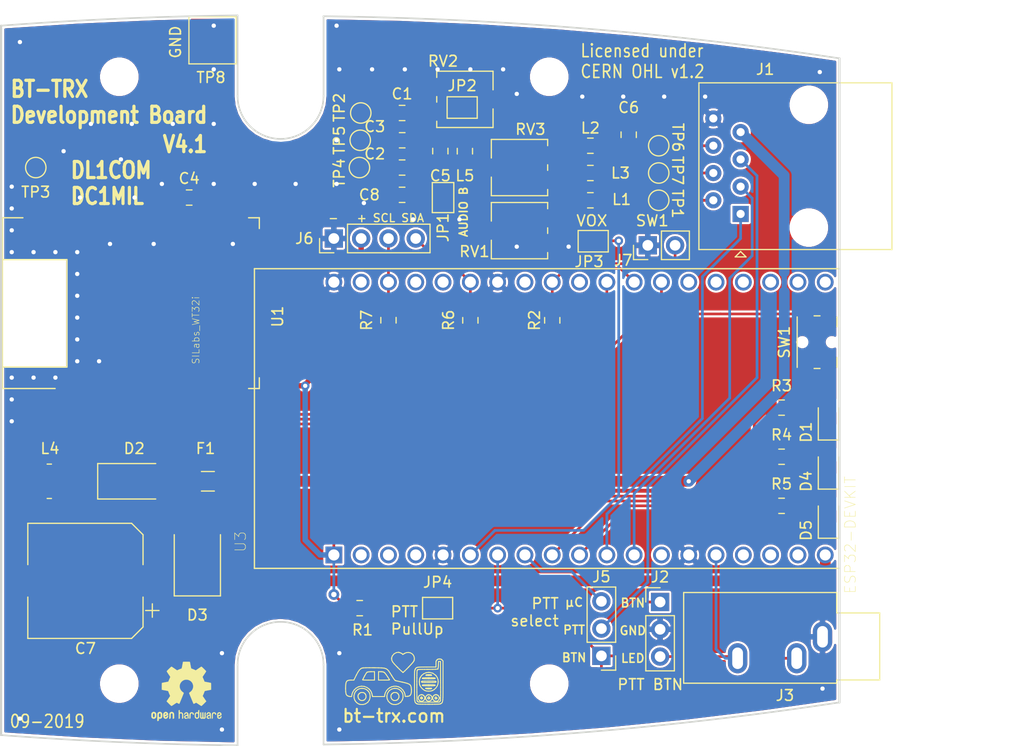
<source format=kicad_pcb>
(kicad_pcb (version 20171130) (host pcbnew 5.1.4+dfsg1-1)
  (title_block (title "BT-TRX Development Board") (date 2019-09-28) (rev 4.1) (company bt-trx.com) (comment 1 "DC1MIL - Andreas Müller") (comment 2 "DL1COM - Christian Obersteiner") (comment 4 Author:))
  (layers (0 F.Cu signal) (31 B.Cu signal) (34 B.Paste user) (35 F.Paste user) (36 B.SilkS user) (37 F.SilkS user) (38 B.Mask user) (39 F.Mask user) (44 Edge.Cuts user))
  (net 0 "")
  (net 1 GND)
  (net 2 +3V3)
  (net 3 +5V)
  (net 4 /WT32_ONOFF_FROM_UC)
  (net 5 /MIC_BIAS)
  (net 6 /MIC_LN)
  (net 7 /MIC_LP)
  (net 8 /SPK_LN)
  (net 9 /UART_UC_TX)
  (net 10 /UART_UC_RX)
  (net 11 /PTT)
  (net 12 /V_IN)
  (net 13 /AUDIO_OUT)
  (net 14 "Net-(C1-Pad1)")
  (net 15 AUDIO_B)
  (net 16 /PTT_BUTTON)
  (net 17 /AUDIO_IN_A)
  (net 18 /AUDIO_IN_B)
  (net 19 "Net-(L1-Pad2)")
  (net 20 /Microcontroller/BTN0)
  (net 21 /Microcontroller/LED1)
  (net 22 /SPK_LP)
  (net 23 "Net-(D2-Pad1)")
  (net 24 "Net-(D5-Pad2)")
  (net 25 /Microcontroller/LED0)
  (net 26 "Net-(D1-Pad2)")
  (net 27 /Microcontroller/SDA)
  (net 28 /Microcontroller/SCL)
  (net 29 "Net-(D4-Pad2)")
  (net 30 /UC_PTT_OUT)
  (net 31 "Net-(JP1-Pad2)")
  (net 32 "Net-(L3-Pad1)")
  (net 33 /CAT_TX)
  (net 34 /CAT_RX)
  (net 35 "Net-(JP2-Pad1)")
  (net 36 "Net-(C3-Pad1)")
  (net 37 "Net-(D2-Pad2)")
  (net 38 /UC_PTT_LED)
  (net 39 "Net-(JP4-Pad2)")
  (net 40 /Microcontroller/VOX)
  (module Connector_PinHeader_2.54mm:PinHeader_1x03_P2.54mm_Vertical (layer F.Cu) (at 181.737 119.9515)
    (fp_text reference J2 (at 0 -2.33) (layer F.SilkS))
    (fp_text value PTT_BUTTON)
    (pad 1 thru_hole rect (at 0 0) (size 1.7 1.7) (drill 1) (layers *.Cu *.Mask) (net 16 /PTT_BUTTON))
    (pad 2 thru_hole oval (at 0 2.54) (size 1.7 1.7) (drill 1) (layers *.Cu *.Mask) (net 1 GND))
    (pad 3 thru_hole oval (at 0 5.08) (size 1.7 1.7) (drill 1) (layers *.Cu *.Mask) (net 38 /UC_PTT_LED))
  )
  (module MountingHole:MountingHole_3.2mm_M3_DIN965 (layer F.Cu) (at 171.425 71.05)
    (fp_text reference H3 hide)
    (fp_text value MountingHole)
    (pad 1 np_thru_hole circle (at 0 0) (size 3.2 3.2) (drill 3.2) (layers *.Cu *.Mask))
  )
  (module MountingHole:MountingHole_3.2mm_M3_DIN965 (layer F.Cu) (at 171.425 127.55)
    (fp_text reference H4 hide)
    (fp_text value MountingHole)
    (pad 1 np_thru_hole circle (at 0 0) (size 3.2 3.2) (drill 3.2) (layers *.Cu *.Mask))
  )
  (module TestPoint:TestPoint_Pad_4.0x4.0mm (layer F.Cu) (at 140.1 67.65)
    (fp_text reference TP8 (at -0.146 3.47) (layer F.SilkS))
    (fp_text value GND)
    (pad 1 smd rect (at 0 0) (size 4 4) (layers F.Cu F.Mask) (net 1 GND))
  )
  (module Symbol:OSHW-Logo2_7.3x6mm_SilkScreen (layer F.Cu) (at 137.668 128.27)
    (fp_text reference N1 hide)
    (fp_text value Housing hide)
  )
  (module MountingHole:MountingHole_3.2mm_M3_DIN965 (layer F.Cu) (at 131.425 71.05)
    (fp_text reference H1 hide)
    (fp_text value MountingHole)
    (pad 1 np_thru_hole circle (at 0 0) (size 3.2 3.2) (drill 3.2) (layers *.Cu *.Mask))
  )
  (module MountingHole:MountingHole_3.2mm_M3_DIN965 (layer F.Cu) (at 131.425 127.55)
    (fp_text reference H2 hide)
    (fp_text value MountingHole)
    (pad 1 np_thru_hole circle (at 0 0) (size 3.2 3.2) (drill 3.2) (layers *.Cu *.Mask))
  )
  (module Capacitor_SMD:C_0805_2012Metric_Pad1.15x1.40mm_HandSolder (layer F.Cu) (at 157.734 74.422 180)
    (fp_text reference C1 (at 0 1.778 180) (layer F.SilkS))
    (fp_text value 1uF)
    (pad 2 smd roundrect (at 1.025 0 180) (size 1.15 1.4) (layers F.Cu F.Paste F.Mask) (roundrect_rratio 0.217391) (net 8 /SPK_LN))
    (pad 1 smd roundrect (at -1.025 0 180) (size 1.15 1.4) (layers F.Cu F.Paste F.Mask) (roundrect_rratio 0.217391) (net 14 "Net-(C1-Pad1)"))
  )
  (module Capacitor_SMD:C_0805_2012Metric_Pad1.15x1.40mm_HandSolder (layer F.Cu) (at 157.734 79.502 180)
    (fp_text reference C2 (at 2.54 1.27) (layer F.SilkS))
    (fp_text value 1uF)
    (pad 1 smd roundrect (at -1.025 0 180) (size 1.15 1.4) (layers F.Cu F.Paste F.Mask) (roundrect_rratio 0.217391) (net 15 AUDIO_B))
    (pad 2 smd roundrect (at 1.025 0 180) (size 1.15 1.4) (layers F.Cu F.Paste F.Mask) (roundrect_rratio 0.217391) (net 7 /MIC_LP))
  )
  (module Capacitor_SMD:C_0805_2012Metric_Pad1.15x1.40mm_HandSolder (layer F.Cu) (at 157.743 76.962 180)
    (fp_text reference C3 (at 2.549 1.27 180) (layer F.SilkS))
    (fp_text value 1uF)
    (pad 2 smd roundrect (at 1.025 0 180) (size 1.15 1.4) (layers F.Cu F.Paste F.Mask) (roundrect_rratio 0.217391) (net 6 /MIC_LN))
    (pad 1 smd roundrect (at -1.025 0 180) (size 1.15 1.4) (layers F.Cu F.Paste F.Mask) (roundrect_rratio 0.217391) (net 36 "Net-(C3-Pad1)"))
  )
  (module Capacitor_SMD:C_0805_2012Metric_Pad1.15x1.40mm_HandSolder (layer F.Cu) (at 161.29 77.969 270)
    (fp_text reference C5 (at 2.295 0) (layer F.SilkS))
    (fp_text value 15pF)
    (pad 1 smd roundrect (at -1.025 0 270) (size 1.15 1.4) (layers F.Cu F.Paste F.Mask) (roundrect_rratio 0.217391) (net 36 "Net-(C3-Pad1)"))
    (pad 2 smd roundrect (at 1.025 0 270) (size 1.15 1.4) (layers F.Cu F.Paste F.Mask) (roundrect_rratio 0.217391) (net 1 GND))
  )
  (module Capacitor_SMD:C_0805_2012Metric_Pad1.15x1.40mm_HandSolder (layer F.Cu) (at 178.816 76.445 90)
    (fp_text reference C6 (at 2.531 0 180) (layer F.SilkS))
    (fp_text value 15pF)
    (pad 1 smd roundrect (at -1.025 0 90) (size 1.15 1.4) (layers F.Cu F.Paste F.Mask) (roundrect_rratio 0.217391) (net 13 /AUDIO_OUT))
    (pad 2 smd roundrect (at 1.025 0 90) (size 1.15 1.4) (layers F.Cu F.Paste F.Mask) (roundrect_rratio 0.217391) (net 1 GND))
  )
  (module Capacitor_SMD:CP_Elec_10x10.5 (layer F.Cu) (at 128.27 117.983 180)
    (fp_text reference C7 (at 0 -6.3 180) (layer F.SilkS))
    (fp_text value "220uF 25V")
    (pad 1 smd roundrect (at -4.2 0 180) (size 4.4 2.5) (layers F.Cu F.Paste F.Mask) (roundrect_rratio 0.1) (net 3 +5V))
    (pad 2 smd roundrect (at 4.2 0 180) (size 4.4 2.5) (layers F.Cu F.Paste F.Mask) (roundrect_rratio 0.1) (net 1 GND))
  )
  (module Kingbright:APA2107LSECK (layer F.Cu) (at 197.358 102.87 90)
    (fp_text reference D1 (at -1.27 -2.032 90) (layer F.SilkS))
    (fp_text value "LED AMBER 2mA")
    (pad 1 smd roundrect (at -1.2 0 90) (size 0.9 1) (layers F.Cu F.Paste F.Mask) (roundrect_rratio 0.1) (net 1 GND))
    (pad 2 smd roundrect (at 1.2 0 90) (size 0.9 1) (layers F.Cu F.Paste F.Mask) (roundrect_rratio 0.1) (net 26 "Net-(D1-Pad2)"))
  )
  (module Diode_SMD:D_SMA (layer F.Cu) (at 132.81 108.712)
    (fp_text reference D2 (at 0 -3.048) (layer F.SilkS))
    (fp_text value 1N5817)
    (pad 2 smd rect (at 2 0) (size 2.5 1.8) (layers F.Cu F.Paste F.Mask) (net 37 "Net-(D2-Pad2)"))
    (pad 1 smd rect (at -2 0) (size 2.5 1.8) (layers F.Cu F.Paste F.Mask) (net 23 "Net-(D2-Pad1)"))
  )
  (module Diode_SMD:D_SMB (layer F.Cu) (at 138.684 115.833 90)
    (fp_text reference D3 (at -5.334 0) (layer F.SilkS))
    (fp_text value "TVS 16V")
    (pad 1 smd rect (at -2.15 0 90) (size 2.5 2.3) (layers F.Cu F.Paste F.Mask) (net 3 +5V))
    (pad 2 smd rect (at 2.15 0 90) (size 2.5 2.3) (layers F.Cu F.Paste F.Mask) (net 1 GND))
  )
  (module Kingbright:APA2107LSECK (layer F.Cu) (at 197.358 107.442 90)
    (fp_text reference D4 (at -1.27 -2.032 90) (layer F.SilkS))
    (fp_text value "LED BLUE 2mA")
    (pad 1 smd roundrect (at -1.2 0 90) (size 0.9 1) (layers F.Cu F.Paste F.Mask) (roundrect_rratio 0.1) (net 1 GND))
    (pad 2 smd roundrect (at 1.2 0 90) (size 0.9 1) (layers F.Cu F.Paste F.Mask) (roundrect_rratio 0.1) (net 29 "Net-(D4-Pad2)"))
  )
  (module Kingbright:APA2107LSECK (layer F.Cu) (at 197.358 112.014 90)
    (fp_text reference D5 (at -1.27 -2.032 90) (layer F.SilkS))
    (fp_text value "LED GREEN 2mA")
    (pad 2 smd roundrect (at 1.2 0 90) (size 0.9 1) (layers F.Cu F.Paste F.Mask) (roundrect_rratio 0.1) (net 24 "Net-(D5-Pad2)"))
    (pad 1 smd roundrect (at -1.2 0 90) (size 0.9 1) (layers F.Cu F.Paste F.Mask) (roundrect_rratio 0.1) (net 1 GND))
  )
  (module Fuse:Fuse_1206_3216Metric_Pad1.42x1.75mm_HandSolder (layer F.Cu) (at 139.6635 108.712)
    (fp_text reference F1 (at -0.2175 -3.048 180) (layer F.SilkS))
    (fp_text value "Polyfuse 500mA")
    (pad 1 smd roundrect (at -1.4875 0) (size 1.425 1.75) (layers F.Cu F.Paste F.Mask) (roundrect_rratio 0.175439) (net 37 "Net-(D2-Pad2)"))
    (pad 2 smd roundrect (at 1.4875 0) (size 1.425 1.75) (layers F.Cu F.Paste F.Mask) (roundrect_rratio 0.175439) (net 12 /V_IN))
  )
  (module Connector_RJ:RJ45_Amphenol_54602-x08_Horizontal (layer F.Cu) (at 189.23 83.82 90)
    (fp_text reference J1 (at 13.462 2.286 180) (layer F.SilkS))
    (fp_text value RJ45)
    (pad "" np_thru_hole circle (at 10.16 6.35 90) (size 3.2 3.2) (drill 3.2) (layers *.Cu *.Mask))
    (pad "" np_thru_hole circle (at -1.27 6.35 90) (size 3.2 3.2) (drill 3.2) (layers *.Cu *.Mask))
    (pad 1 thru_hole rect (at 0 0 90) (size 1.5 1.5) (drill 0.76) (layers *.Cu *.Mask) (net 33 /CAT_TX))
    (pad 2 thru_hole circle (at 1.27 -2.54 90) (size 1.5 1.5) (drill 0.76) (layers *.Cu *.Mask) (net 18 /AUDIO_IN_B))
    (pad 3 thru_hole circle (at 2.54 0 90) (size 1.5 1.5) (drill 0.76) (layers *.Cu *.Mask) (net 34 /CAT_RX))
    (pad 4 thru_hole circle (at 3.81 -2.54 90) (size 1.5 1.5) (drill 0.76) (layers *.Cu *.Mask) (net 17 /AUDIO_IN_A))
    (pad 5 thru_hole circle (at 5.08 0 90) (size 1.5 1.5) (drill 0.76) (layers *.Cu *.Mask) (net 11 /PTT))
    (pad 6 thru_hole circle (at 6.35 -2.54 90) (size 1.5 1.5) (drill 0.76) (layers *.Cu *.Mask) (net 13 /AUDIO_OUT))
    (pad 7 thru_hole circle (at 7.62 0 90) (size 1.5 1.5) (drill 0.76) (layers *.Cu *.Mask) (net 12 /V_IN))
    (pad 8 thru_hole circle (at 8.89 -2.54 90) (size 1.5 1.5) (drill 0.76) (layers *.Cu *.Mask) (net 1 GND))
  )
  (module Connector_PinHeader_2.54mm:PinHeader_1x03_P2.54mm_Vertical (layer F.Cu) (at 176.276 124.968 180)
    (fp_text reference J5 (at 0 7.366) (layer F.SilkS))
    (fp_text value PTT_SELECT)
    (pad 1 thru_hole rect (at 0 0 180) (size 1.7 1.7) (drill 1) (layers *.Cu *.Mask) (net 16 /PTT_BUTTON))
    (pad 2 thru_hole oval (at 0 2.54 180) (size 1.7 1.7) (drill 1) (layers *.Cu *.Mask) (net 11 /PTT))
    (pad 3 thru_hole oval (at 0 5.08 180) (size 1.7 1.7) (drill 1) (layers *.Cu *.Mask) (net 30 /UC_PTT_OUT))
  )
  (module Connector_PinHeader_2.54mm:PinHeader_1x04_P2.54mm_Vertical (layer F.Cu) (at 151.384 86.106 90)
    (fp_text reference J6 (at 0 -2.744 180) (layer F.SilkS))
    (fp_text value I2C)
    (pad 1 thru_hole rect (at 0 0 90) (size 1.7 1.7) (drill 1) (layers *.Cu *.Mask) (net 1 GND))
    (pad 2 thru_hole oval (at 0 2.54 90) (size 1.7 1.7) (drill 1) (layers *.Cu *.Mask) (net 2 +3V3))
    (pad 3 thru_hole oval (at 0 5.08 90) (size 1.7 1.7) (drill 1) (layers *.Cu *.Mask) (net 28 /Microcontroller/SCL))
    (pad 4 thru_hole oval (at 0 7.62 90) (size 1.7 1.7) (drill 1) (layers *.Cu *.Mask) (net 27 /Microcontroller/SDA))
  )
  (module Jumper:SolderJumper-2_P1.3mm_Open_TrianglePad1.0x1.5mm (layer F.Cu) (at 161.544 82.296 270)
    (fp_text reference JP1 (at 2.794 0 270) (layer F.SilkS))
    (fp_text value AUDIO_B)
    (pad 1 smd custom (at -0.725 0 270) (size 0.3 0.3) (layers F.Cu F.Mask) (net 15 AUDIO_B) (options (clearance outline) (anchor rect)) (primitives (gr_poly (pts (xy -0.5 -0.75) (xy 0.5 -0.75) (xy 1 0) (xy 0.5 0.75) (xy -0.5 0.75)) (width 0))))
    (pad 2 smd custom (at 0.725 0 270) (size 0.3 0.3) (layers F.Cu F.Mask) (net 31 "Net-(JP1-Pad2)") (options (clearance outline) (anchor rect)) (primitives (gr_poly (pts (xy -0.65 -0.75) (xy 0.5 -0.75) (xy 0.5 0.75) (xy -0.65 0.75) (xy -0.15 0)) (width 0))))
  )
  (module Inductor_SMD:L_0805_2012Metric_Pad1.15x1.40mm_HandSolder (layer F.Cu) (at 175.251 82.55 180)
    (fp_text reference L1 (at -2.9046 0.0762 180) (layer F.SilkS))
    (fp_text value 100nH)
    (pad 1 smd roundrect (at -1.025 0 180) (size 1.15 1.4) (layers F.Cu F.Paste F.Mask) (roundrect_rratio 0.217391) (net 18 /AUDIO_IN_B))
    (pad 2 smd roundrect (at 1.025 0 180) (size 1.15 1.4) (layers F.Cu F.Paste F.Mask) (roundrect_rratio 0.217391) (net 19 "Net-(L1-Pad2)"))
  )
  (module Inductor_SMD:L_0805_2012Metric_Pad1.15x1.40mm_HandSolder (layer F.Cu) (at 175.251 77.47)
    (fp_text reference L2 (at 0 -1.65) (layer F.SilkS))
    (fp_text value 100nH)
    (pad 1 smd roundrect (at -1.025 0) (size 1.15 1.4) (layers F.Cu F.Paste F.Mask) (roundrect_rratio 0.217391) (net 35 "Net-(JP2-Pad1)"))
    (pad 2 smd roundrect (at 1.025 0) (size 1.15 1.4) (layers F.Cu F.Paste F.Mask) (roundrect_rratio 0.217391) (net 13 /AUDIO_OUT))
  )
  (module Inductor_SMD:L_0805_2012Metric_Pad1.15x1.40mm_HandSolder (layer F.Cu) (at 175.251 80.01)
    (fp_text reference L3 (at 2.803 0) (layer F.SilkS))
    (fp_text value 100nH)
    (pad 2 smd roundrect (at 1.025 0) (size 1.15 1.4) (layers F.Cu F.Paste F.Mask) (roundrect_rratio 0.217391) (net 17 /AUDIO_IN_A))
    (pad 1 smd roundrect (at -1.025 0) (size 1.15 1.4) (layers F.Cu F.Paste F.Mask) (roundrect_rratio 0.217391) (net 32 "Net-(L3-Pad1)"))
  )
  (module Inductor_SMD:L_Wuerth_MAPI-3020 (layer F.Cu) (at 124.909 108.712)
    (fp_text reference L4 (at 0.059 -3.048) (layer F.SilkS))
    (fp_text value "47uH, 390mA")
    (pad 1 smd rect (at -1.075 0) (size 1.35 3.4) (layers F.Cu F.Paste F.Mask) (net 3 +5V))
    (pad 2 smd rect (at 1.075 0) (size 1.35 3.4) (layers F.Cu F.Paste F.Mask) (net 23 "Net-(D2-Pad1)"))
  )
  (module Resistor_SMD:R_0805_2012Metric_Pad1.15x1.40mm_HandSolder (layer F.Cu) (at 153.788 120.523)
    (fp_text reference R1 (at 0.263 2.032) (layer F.SilkS))
    (fp_text value 10k)
    (pad 1 smd roundrect (at -1.025 0) (size 1.15 1.4) (layers F.Cu F.Paste F.Mask) (roundrect_rratio 0.217391) (net 2 +3V3))
    (pad 2 smd roundrect (at 1.025 0) (size 1.15 1.4) (layers F.Cu F.Paste F.Mask) (roundrect_rratio 0.217391) (net 39 "Net-(JP4-Pad2)"))
  )
  (module Resistor_SMD:R_0805_2012Metric_Pad1.15x1.40mm_HandSolder (layer F.Cu) (at 193.04 101.854)
    (fp_text reference R3 (at 0 -2.032) (layer F.SilkS))
    (fp_text value 2.2k)
    (pad 2 smd roundrect (at 1.025 0) (size 1.15 1.4) (layers F.Cu F.Paste F.Mask) (roundrect_rratio 0.217391) (net 26 "Net-(D1-Pad2)"))
    (pad 1 smd roundrect (at -1.025 0) (size 1.15 1.4) (layers F.Cu F.Paste F.Mask) (roundrect_rratio 0.217391) (net 2 +3V3))
  )
  (module Resistor_SMD:R_0805_2012Metric_Pad1.15x1.40mm_HandSolder (layer F.Cu) (at 193.04 106.426)
    (fp_text reference R4 (at 0 -2.032) (layer F.SilkS))
    (fp_text value 820R)
    (pad 2 smd roundrect (at 1.025 0) (size 1.15 1.4) (layers F.Cu F.Paste F.Mask) (roundrect_rratio 0.217391) (net 29 "Net-(D4-Pad2)"))
    (pad 1 smd roundrect (at -1.025 0) (size 1.15 1.4) (layers F.Cu F.Paste F.Mask) (roundrect_rratio 0.217391) (net 25 /Microcontroller/LED0))
  )
  (module Resistor_SMD:R_0805_2012Metric_Pad1.15x1.40mm_HandSolder (layer F.Cu) (at 193.04 110.998)
    (fp_text reference R5 (at 0 -2.032) (layer F.SilkS))
    (fp_text value 820R)
    (pad 1 smd roundrect (at -1.025 0) (size 1.15 1.4) (layers F.Cu F.Paste F.Mask) (roundrect_rratio 0.217391) (net 21 /Microcontroller/LED1))
    (pad 2 smd roundrect (at 1.025 0) (size 1.15 1.4) (layers F.Cu F.Paste F.Mask) (roundrect_rratio 0.217391) (net 24 "Net-(D5-Pad2)"))
  )
  (module Resistor_SMD:R_0805_2012Metric_Pad1.15x1.40mm_HandSolder (layer F.Cu) (at 164.084 93.726 90)
    (fp_text reference R6 (at 0.009 -2.032 90) (layer F.SilkS))
    (fp_text value 4.7k)
    (pad 1 smd roundrect (at -1.025 0 90) (size 1.15 1.4) (layers F.Cu F.Paste F.Mask) (roundrect_rratio 0.217391) (net 2 +3V3))
    (pad 2 smd roundrect (at 1.025 0 90) (size 1.15 1.4) (layers F.Cu F.Paste F.Mask) (roundrect_rratio 0.217391) (net 27 /Microcontroller/SDA))
  )
  (module Resistor_SMD:R_0805_2012Metric_Pad1.15x1.40mm_HandSolder (layer F.Cu) (at 156.464 93.717 90)
    (fp_text reference R7 (at 0 -2.032 90) (layer F.SilkS))
    (fp_text value 4.7k)
    (pad 1 smd roundrect (at -1.025 0 90) (size 1.15 1.4) (layers F.Cu F.Paste F.Mask) (roundrect_rratio 0.217391) (net 2 +3V3))
    (pad 2 smd roundrect (at 1.025 0 90) (size 1.15 1.4) (layers F.Cu F.Paste F.Mask) (roundrect_rratio 0.217391) (net 28 /Microcontroller/SCL))
  )
  (module Potentiometer_SMD:Potentiometer_Vishay_TS53YL_Vertical (layer F.Cu) (at 168.656 85.375)
    (fp_text reference RV1 (at -4.191 1.9502) (layer F.SilkS))
    (fp_text value 10k)
    (pad 1 smd rect (at 2.75 -1.15) (size 1.3 1.3) (layers F.Cu F.Paste F.Mask) (net 19 "Net-(L1-Pad2)"))
    (pad 2 smd rect (at -2.75 0) (size 2 1.3) (layers F.Cu F.Paste F.Mask) (net 31 "Net-(JP1-Pad2)"))
    (pad 3 smd rect (at 2.75 1.15) (size 1.3 1.3) (layers F.Cu F.Paste F.Mask) (net 1 GND))
  )
  (module Potentiometer_SMD:Potentiometer_Vishay_TS53YL_Vertical (layer F.Cu) (at 163.576 73.152 180)
    (fp_text reference RV2 (at 2.032 3.556 180) (layer F.SilkS))
    (fp_text value 10k)
    (pad 3 smd rect (at 2.75 1.15 180) (size 1.3 1.3) (layers F.Cu F.Paste F.Mask) (net 1 GND))
    (pad 2 smd rect (at -2.75 0 180) (size 2 1.3) (layers F.Cu F.Paste F.Mask) (net 35 "Net-(JP2-Pad1)"))
    (pad 1 smd rect (at 2.75 -1.15 180) (size 1.3 1.3) (layers F.Cu F.Paste F.Mask) (net 14 "Net-(C1-Pad1)"))
  )
  (module Potentiometer_SMD:Potentiometer_Vishay_TS53YL_Vertical (layer F.Cu) (at 168.656 79.502)
    (fp_text reference RV3 (at 1.016 -3.556) (layer F.SilkS))
    (fp_text value 10k)
    (pad 1 smd rect (at 2.75 -1.15) (size 1.3 1.3) (layers F.Cu F.Paste F.Mask) (net 32 "Net-(L3-Pad1)"))
    (pad 2 smd rect (at -2.75 0) (size 2 1.3) (layers F.Cu F.Paste F.Mask) (net 15 AUDIO_B))
    (pad 3 smd rect (at 2.75 1.15) (size 1.3 1.3) (layers F.Cu F.Paste F.Mask) (net 1 GND))
  )
  (module TestPoint:TestPoint_Pad_D1.5mm (layer F.Cu) (at 181.61 82.55)
    (fp_text reference TP1 (at 1.7526 0.3302 270 unlocked) (layer F.SilkS))
    (fp_text value AUDIO_IN_B)
    (pad 1 smd circle (at 0 0) (size 1.5 1.5) (layers F.Cu F.Mask) (net 18 /AUDIO_IN_B))
  )
  (module TestPoint:TestPoint_Pad_D1.5mm (layer F.Cu) (at 153.888 74.422)
    (fp_text reference TP2 (at -1.996 -0.508 90) (layer F.SilkS))
    (fp_text value SP_LN)
    (pad 1 smd circle (at 0 0) (size 1.5 1.5) (layers F.Cu F.Mask) (net 8 /SPK_LN))
  )
  (module TestPoint:TestPoint_Pad_D1.5mm (layer F.Cu) (at 123.65 79.502)
    (fp_text reference TP3 (at 0 2.286) (layer F.SilkS))
    (fp_text value SP_LP)
    (pad 1 smd circle (at 0 0) (size 1.5 1.5) (layers F.Cu F.Mask) (net 22 /SPK_LP))
  )
  (module TestPoint:TestPoint_Pad_D1.5mm (layer F.Cu) (at 153.763 79.502)
    (fp_text reference TP4 (at -1.871 0.508 90) (layer F.SilkS))
    (fp_text value MIC_LP)
    (pad 1 smd circle (at 0 0) (size 1.5 1.5) (layers F.Cu F.Mask) (net 7 /MIC_LP))
  )
  (module TestPoint:TestPoint_Pad_D1.5mm (layer F.Cu) (at 153.838 76.962)
    (fp_text reference TP5 (at -1.946 0 90) (layer F.SilkS))
    (fp_text value MIC_LN)
    (pad 1 smd circle (at 0 0) (size 1.5 1.5) (layers F.Cu F.Mask) (net 6 /MIC_LN))
  )
  (module TestPoint:TestPoint_Pad_D1.5mm (layer F.Cu) (at 181.61 77.47)
    (fp_text reference TP6 (at 1.778 -0.762 270 unlocked) (layer F.SilkS))
    (fp_text value AUDIO_OUT)
    (pad 1 smd circle (at 0 0) (size 1.5 1.5) (layers F.Cu F.Mask) (net 13 /AUDIO_OUT))
  )
  (module TestPoint:TestPoint_Pad_D1.5mm (layer F.Cu) (at 181.61 80.01)
    (fp_text reference TP7 (at 1.7526 -0.2286 270 unlocked) (layer F.SilkS))
    (fp_text value AUDIO_IN_A)
    (pad 1 smd circle (at 0 0) (size 1.5 1.5) (layers F.Cu F.Mask) (net 17 /AUDIO_IN_A))
  )
  (module wt32i:LGA50-1.0-23.9X15.9MM (layer F.Cu) (at 144.45 100.076 90)
    (fp_text reference U1 (at 6.7 1.7 90) (layer F.SilkS))
    (fp_text value SILabs_WT32i (at 5.431617 -5.90386 90) (layer F.SilkS) (effects (font (size 0.640525 0.640525) (thickness 0.05))))
    (pad 17 smd rect (at 0.375 -1.83 90) (size 1.75 0.6) (layers F.Cu F.Paste F.Mask) (net 2 +3V3))
    (pad 16 smd rect (at 0.5 -2.83 90) (size 2 0.6) (layers F.Cu F.Paste F.Mask) (net 10 /UART_UC_RX))
    (pad 15 smd rect (at 0.5 -3.83 90) (size 2 0.6) (layers F.Cu F.Paste F.Mask) (net 9 /UART_UC_TX))
    (pad 14 smd rect (at 0.5 -4.83 90) (size 2 0.6) (layers F.Cu F.Paste F.Mask))
    (pad 13 smd rect (at 0.5 -5.83 90) (size 2 0.6) (layers F.Cu F.Paste F.Mask))
    (pad 11 smd rect (at 0.5 -7.83 90) (size 2 0.6) (layers F.Cu F.Paste F.Mask))
    (pad 12 smd rect (at 0.5 -6.83 90) (size 2 0.6) (layers F.Cu F.Paste F.Mask))
    (pad 10 smd rect (at 0.5 -8.83 90) (size 2 0.6) (layers F.Cu F.Paste F.Mask))
    (pad 5 smd rect (at 0.5 -13.83 90) (size 2 0.6) (layers F.Cu F.Paste F.Mask))
    (pad 7 smd rect (at 0.5 -11.83 90) (size 2 0.6) (layers F.Cu F.Paste F.Mask))
    (pad 6 smd rect (at 0.5 -12.83 90) (size 2 0.6) (layers F.Cu F.Paste F.Mask))
    (pad 8 smd rect (at 0.5 -10.83 90) (size 2 0.6) (layers F.Cu F.Paste F.Mask))
    (pad 9 smd rect (at 0.5 -9.83 90) (size 2 0.6) (layers F.Cu F.Paste F.Mask))
    (pad 2 smd rect (at 0.5 -16.83 90) (size 2 0.6) (layers F.Cu F.Paste F.Mask) (net 1 GND))
    (pad 4 smd rect (at 0.5 -14.83 90) (size 2 0.6) (layers F.Cu F.Paste F.Mask) (net 1 GND))
    (pad 3 smd rect (at 0.5 -15.83 90) (size 2 0.6) (layers F.Cu F.Paste F.Mask) (net 1 GND))
    (pad 1 smd rect (at 0.5 -17.83 90) (size 2 0.6) (layers F.Cu F.Paste F.Mask) (net 4 /WT32_ONOFF_FROM_UC))
    (pad 18 smd rect (at 1.95 -0.375) (size 1.75 0.6) (layers F.Cu F.Paste F.Mask) (net 1 GND))
    (pad 25 smd rect (at 8.95 -0.5 180) (size 2 0.6) (layers F.Cu F.Paste F.Mask))
    (pad 23 smd rect (at 6.95 -0.5 180) (size 2 0.6) (layers F.Cu F.Paste F.Mask))
    (pad 26 smd rect (at 9.95 -0.5) (size 2 0.6) (layers F.Cu F.Paste F.Mask))
    (pad 24 smd rect (at 7.95 -0.5 180) (size 2 0.6) (layers F.Cu F.Paste F.Mask))
    (pad 19 smd rect (at 2.95 -0.5 180) (size 2 0.6) (layers F.Cu F.Paste F.Mask))
    (pad 29 smd rect (at 12.95 -0.5 180) (size 2 0.6) (layers F.Cu F.Paste F.Mask))
    (pad 21 smd rect (at 4.95 -0.5 180) (size 2 0.6) (layers F.Cu F.Paste F.Mask))
    (pad 22 smd rect (at 5.95 -0.5 180) (size 2 0.6) (layers F.Cu F.Paste F.Mask))
    (pad 20 smd rect (at 3.95 -0.5 180) (size 2 0.6) (layers F.Cu F.Paste F.Mask))
    (pad 27 smd rect (at 10.95 -0.5 180) (size 2 0.6) (layers F.Cu F.Paste F.Mask))
    (pad 28 smd rect (at 11.95 -0.5 180) (size 2 0.6) (layers F.Cu F.Paste F.Mask))
    (pad 30 smd rect (at 13.95 -0.375) (size 1.75 0.6) (layers F.Cu F.Paste F.Mask))
    (pad 41 smd rect (at 15.4 -11.83 90) (size 2 0.6) (layers F.Cu F.Paste F.Mask))
    (pad 43 smd rect (at 15.4 -13.83 90) (size 2 0.6) (layers F.Cu F.Paste F.Mask) (net 1 GND))
    (pad 33 smd rect (at 15.4 -3.83 90) (size 2 0.6) (layers F.Cu F.Paste F.Mask))
    (pad 40 smd rect (at 15.4 -10.83 90) (size 2 0.6) (layers F.Cu F.Paste F.Mask) (net 5 /MIC_BIAS))
    (pad 42 smd rect (at 15.4 -12.83 90) (size 2 0.6) (layers F.Cu F.Paste F.Mask))
    (pad 47 smd rect (at 15.4 -17.83 90) (size 2 0.6) (layers F.Cu F.Paste F.Mask))
    (pad 31 smd rect (at 15.525 -1.83 90) (size 1.75 0.6) (layers F.Cu F.Paste F.Mask) (net 1 GND))
    (pad 37 smd rect (at 15.4 -7.83 90) (size 2 0.6) (layers F.Cu F.Paste F.Mask) (net 2 +3V3))
    (pad 35 smd rect (at 15.4 -5.83 90) (size 2 0.6) (layers F.Cu F.Paste F.Mask))
    (pad 45 smd rect (at 15.4 -15.83 90) (size 2 0.6) (layers F.Cu F.Paste F.Mask) (net 6 /MIC_LN))
    (pad 44 smd rect (at 15.4 -14.83 90) (size 2 0.6) (layers F.Cu F.Paste F.Mask) (net 7 /MIC_LP))
    (pad 46 smd rect (at 15.4 -16.83 90) (size 2 0.6) (layers F.Cu F.Paste F.Mask))
    (pad 39 smd rect (at 15.4 -9.83 90) (size 2 0.6) (layers F.Cu F.Paste F.Mask) (net 1 GND))
    (pad 34 smd rect (at 15.4 -4.83 90) (size 2 0.6) (layers F.Cu F.Paste F.Mask))
    (pad 32 smd rect (at 15.4 -2.83 90) (size 2 0.6) (layers F.Cu F.Paste F.Mask))
    (pad 38 smd rect (at 15.4 -8.83 90) (size 2 0.6) (layers F.Cu F.Paste F.Mask))
    (pad 36 smd rect (at 15.4 -6.83 90) (size 2 0.6) (layers F.Cu F.Paste F.Mask))
    (pad 50 smd rect (at 15.4 -20.83 90) (size 2 0.6) (layers F.Cu F.Paste F.Mask) (net 22 /SPK_LP))
    (pad 48 smd rect (at 15.4 -18.83 90) (size 2 0.6) (layers F.Cu F.Paste F.Mask) (net 1 GND))
    (pad 49 smd rect (at 15.4 -19.83 90) (size 2 0.6) (layers F.Cu F.Paste F.Mask) (net 8 /SPK_LN))
  )
  (module Capacitor_SMD:C_0805_2012Metric_Pad1.15x1.40mm_HandSolder (layer F.Cu) (at 157.734 82.042 180)
    (fp_text reference C8 (at 3.048 0) (layer F.SilkS))
    (fp_text value 15pF)
    (pad 1 smd roundrect (at -1.025 0 180) (size 1.15 1.4) (layers F.Cu F.Paste F.Mask) (roundrect_rratio 0.217391) (net 15 AUDIO_B))
    (pad 2 smd roundrect (at 1.025 0 180) (size 1.15 1.4) (layers F.Cu F.Paste F.Mask) (roundrect_rratio 0.217391) (net 1 GND))
  )
  (module Jumper:SolderJumper-2_P1.3mm_Open_TrianglePad1.0x1.5mm (layer F.Cu) (at 163.322 73.914 180)
    (fp_text reference JP2 (at 0 2.032) (layer F.SilkS))
    (fp_text value BYPASS)
    (pad 2 smd custom (at 0.725 0 180) (size 0.3 0.3) (layers F.Cu F.Mask) (net 14 "Net-(C1-Pad1)") (options (clearance outline) (anchor rect)) (primitives (gr_poly (pts (xy -0.65 -0.75) (xy 0.5 -0.75) (xy 0.5 0.75) (xy -0.65 0.75) (xy -0.15 0)) (width 0))))
    (pad 1 smd custom (at -0.725 0 180) (size 0.3 0.3) (layers F.Cu F.Mask) (net 35 "Net-(JP2-Pad1)") (options (clearance outline) (anchor rect)) (primitives (gr_poly (pts (xy -0.5 -0.75) (xy 0.5 -0.75) (xy 1 0) (xy 0.5 0.75) (xy -0.5 0.75)) (width 0))))
  )
  (module Button_Switch_SMD:Panasonic_EVQPUL_EVQPUC (layer F.Cu) (at 196.342 95.758 270)
    (fp_text reference SW1 (at 0 3.048 90) (layer F.SilkS))
    (fp_text value SW_Push)
    (pad 2 smd rect (at 2.625 0.85 90) (size 1.55 1) (layers F.Cu F.Paste F.Mask) (net 20 /Microcontroller/BTN0))
    (pad 2 smd rect (at -2.625 0.85 90) (size 1.55 1) (layers F.Cu F.Paste F.Mask) (net 20 /Microcontroller/BTN0))
    (pad 1 smd rect (at -2.625 -0.85 90) (size 1.55 1) (layers F.Cu F.Paste F.Mask) (net 1 GND))
    (pad 1 smd rect (at 2.625 -0.85 90) (size 1.55 1) (layers F.Cu F.Paste F.Mask) (net 1 GND))
    (pad "" np_thru_hole circle (at 0 1.375 90) (size 0.75 0.75) (drill 0.75) (layers *.Cu *.Mask))
    (pad "" np_thru_hole circle (at 0 -1.375 90) (size 0.75 0.75) (drill 0.75) (layers *.Cu *.Mask))
  )
  (module Inductor_SMD:L_0805_2012Metric_Pad1.15x1.40mm_HandSolder (layer F.Cu) (at 163.576 77.978 270)
    (fp_text reference L5 (at 2.286 0 180) (layer F.SilkS))
    (fp_text value 100nH)
    (pad 1 smd roundrect (at -1.025 0 270) (size 1.15 1.4) (layers F.Cu F.Paste F.Mask) (roundrect_rratio 0.217391) (net 36 "Net-(C3-Pad1)"))
    (pad 2 smd roundrect (at 1.025 0 270) (size 1.15 1.4) (layers F.Cu F.Paste F.Mask) (roundrect_rratio 0.217391) (net 1 GND))
  )
  (module Capacitor_SMD:C_0805_2012Metric_Pad1.15x1.40mm_HandSolder (layer F.Cu) (at 137.922 82.296 180)
    (fp_text reference C4 (at 0 1.778) (layer F.SilkS))
    (fp_text value 1uF)
    (pad 1 smd roundrect (at -1.025 0 180) (size 1.15 1.4) (layers F.Cu F.Paste F.Mask) (roundrect_rratio 0.217391) (net 1 GND))
    (pad 2 smd roundrect (at 1.025 0 180) (size 1.15 1.4) (layers F.Cu F.Paste F.Mask) (roundrect_rratio 0.217391) (net 5 /MIC_BIAS))
  )
  (module Connector_Audio:Jack_3.5mm_CUI_SJ1-3533NG_Horizontal (layer F.Cu) (at 196.85 123.19 270)
    (fp_text reference J3 (at 5.461 3.4925 180) (layer F.SilkS))
    (fp_text value PTT_CON)
    (pad S thru_hole oval (at 0 0 270) (size 2.8 1.8) (drill oval 2 1) (layers *.Cu *.Mask) (net 1 GND))
    (pad T thru_hole oval (at 2 2.4 270) (size 2.8 1.8) (drill oval 2 1) (layers *.Cu *.Mask) (net 16 /PTT_BUTTON))
    (pad R thru_hole oval (at 2 7.9 270) (size 2.8 1.8) (drill oval 2 1) (layers *.Cu *.Mask) (net 38 /UC_PTT_LED))
  )
  (module Connector_PinHeader_2.54mm:PinHeader_1x02_P2.54mm_Vertical (layer F.Cu) (at 180.594 86.741 90)
    (fp_text reference J7 (at -1.397 -2.286 180) (layer F.SilkS))
    (fp_text value Conn_01x02)
    (pad 1 thru_hole rect (at 0 0 90) (size 1.7 1.7) (drill 1) (layers *.Cu *.Mask) (net 1 GND))
    (pad 2 thru_hole oval (at 0 2.54 90) (size 1.7 1.7) (drill 1) (layers *.Cu *.Mask) (net 20 /Microcontroller/BTN0))
  )
  (module nodemcu_esp-32s:ESP32-DEVKITC-32D (layer F.Cu) (at 171.144 102.87 90)
    (fp_text reference U3 (at -11.4644 -28.446 90) (layer F.SilkS) (effects (font (size 1.00039 1.00039) (thickness 0.05))))
    (fp_text value ESP32-DEVKIT (at -10.8363 28.2945 90) (layer F.SilkS) (effects (font (size 1.00105 1.00105) (thickness 0.05))))
    (pad 1 thru_hole rect (at -12.7 -19.76 90) (size 1.56 1.56) (drill 1.04) (layers *.Cu *.Mask) (net 2 +3V3))
    (pad 2 thru_hole circle (at -12.7 -17.22 90) (size 1.56 1.56) (drill 1.04) (layers *.Cu *.Mask))
    (pad 19 thru_hole circle (at -12.7 25.96 90) (size 1.56 1.56) (drill 1.04) (layers *.Cu *.Mask) (net 3 +5V))
    (pad 3 thru_hole circle (at -12.7 -14.68 90) (size 1.56 1.56) (drill 1.04) (layers *.Cu *.Mask))
    (pad 4 thru_hole circle (at -12.7 -12.14 90) (size 1.56 1.56) (drill 1.04) (layers *.Cu *.Mask))
    (pad 5 thru_hole circle (at -12.7 -9.6 90) (size 1.56 1.56) (drill 1.04) (layers *.Cu *.Mask) (net 1 GND))
    (pad 6 thru_hole circle (at -12.7 -7.06 90) (size 1.56 1.56) (drill 1.04) (layers *.Cu *.Mask) (net 40 /Microcontroller/VOX))
    (pad 7 thru_hole circle (at -12.7 -4.52 90) (size 1.56 1.56) (drill 1.04) (layers *.Cu *.Mask) (net 16 /PTT_BUTTON))
    (pad 8 thru_hole circle (at -12.7 -1.98 90) (size 1.56 1.56) (drill 1.04) (layers *.Cu *.Mask) (net 30 /UC_PTT_OUT))
    (pad 9 thru_hole circle (at -12.7 0.56 90) (size 1.56 1.56) (drill 1.04) (layers *.Cu *.Mask) (net 25 /Microcontroller/LED0))
    (pad 10 thru_hole circle (at -12.7 3.1 90) (size 1.56 1.56) (drill 1.04) (layers *.Cu *.Mask) (net 21 /Microcontroller/LED1))
    (pad 11 thru_hole circle (at -12.7 5.64 90) (size 1.56 1.56) (drill 1.04) (layers *.Cu *.Mask) (net 33 /CAT_TX))
    (pad 12 thru_hole circle (at -12.7 8.18 90) (size 1.56 1.56) (drill 1.04) (layers *.Cu *.Mask) (net 34 /CAT_RX))
    (pad 13 thru_hole circle (at -12.7 10.72 90) (size 1.56 1.56) (drill 1.04) (layers *.Cu *.Mask))
    (pad 14 thru_hole circle (at -12.7 13.26 90) (size 1.56 1.56) (drill 1.04) (layers *.Cu *.Mask) (net 1 GND))
    (pad 15 thru_hole circle (at -12.7 15.8 90) (size 1.56 1.56) (drill 1.04) (layers *.Cu *.Mask) (net 38 /UC_PTT_LED))
    (pad 16 thru_hole circle (at -12.7 18.34 90) (size 1.56 1.56) (drill 1.04) (layers *.Cu *.Mask))
    (pad 17 thru_hole circle (at -12.7 20.88 90) (size 1.56 1.56) (drill 1.04) (layers *.Cu *.Mask))
    (pad 18 thru_hole circle (at -12.7 23.42 90) (size 1.56 1.56) (drill 1.04) (layers *.Cu *.Mask))
    (pad 20 thru_hole circle (at 12.7 -19.76 90) (size 1.56 1.56) (drill 1.04) (layers *.Cu *.Mask) (net 1 GND))
    (pad 21 thru_hole circle (at 12.7 -17.22 90) (size 1.56 1.56) (drill 1.04) (layers *.Cu *.Mask))
    (pad 22 thru_hole circle (at 12.7 -14.68 90) (size 1.56 1.56) (drill 1.04) (layers *.Cu *.Mask) (net 28 /Microcontroller/SCL))
    (pad 23 thru_hole circle (at 12.7 -12.14 90) (size 1.56 1.56) (drill 1.04) (layers *.Cu *.Mask))
    (pad 24 thru_hole circle (at 12.7 -9.6 90) (size 1.56 1.56) (drill 1.04) (layers *.Cu *.Mask))
    (pad 25 thru_hole circle (at 12.7 -7.06 90) (size 1.56 1.56) (drill 1.04) (layers *.Cu *.Mask) (net 27 /Microcontroller/SDA))
    (pad 26 thru_hole circle (at 12.7 -4.52 90) (size 1.56 1.56) (drill 1.04) (layers *.Cu *.Mask) (net 1 GND))
    (pad 27 thru_hole circle (at 12.7 -1.98 90) (size 1.56 1.56) (drill 1.04) (layers *.Cu *.Mask))
    (pad 28 thru_hole circle (at 12.7 0.56 90) (size 1.56 1.56) (drill 1.04) (layers *.Cu *.Mask) (net 20 /Microcontroller/BTN0))
    (pad 29 thru_hole circle (at 12.7 3.1 90) (size 1.56 1.56) (drill 1.04) (layers *.Cu *.Mask))
    (pad 30 thru_hole circle (at 12.7 5.64 90) (size 1.56 1.56) (drill 1.04) (layers *.Cu *.Mask) (net 9 /UART_UC_TX))
    (pad 31 thru_hole circle (at 12.7 8.18 90) (size 1.56 1.56) (drill 1.04) (layers *.Cu *.Mask) (net 10 /UART_UC_RX))
    (pad 32 thru_hole circle (at 12.7 10.72 90) (size 1.56 1.56) (drill 1.04) (layers *.Cu *.Mask) (net 4 /WT32_ONOFF_FROM_UC))
    (pad 33 thru_hole circle (at 12.7 13.26 90) (size 1.56 1.56) (drill 1.04) (layers *.Cu *.Mask))
    (pad 34 thru_hole circle (at 12.7 15.8 90) (size 1.56 1.56) (drill 1.04) (layers *.Cu *.Mask))
    (pad 35 thru_hole circle (at 12.7 18.34 90) (size 1.56 1.56) (drill 1.04) (layers *.Cu *.Mask))
    (pad 36 thru_hole circle (at 12.7 20.88 90) (size 1.56 1.56) (drill 1.04) (layers *.Cu *.Mask))
    (pad 37 thru_hole circle (at 12.7 23.42 90) (size 1.56 1.56) (drill 1.04) (layers *.Cu *.Mask))
    (pad 38 thru_hole circle (at 12.7 25.96 90) (size 1.56 1.56) (drill 1.04) (layers *.Cu *.Mask))
  )
  (module Jumper:SolderJumper-2_P1.3mm_Open_TrianglePad1.0x1.5mm (layer F.Cu) (at 175.514 86.36 180)
    (fp_text reference JP3 (at 0.381 -1.905) (layer F.SilkS))
    (fp_text value VOX)
    (pad 2 smd custom (at 0.725 0 180) (size 0.3 0.3) (layers F.Cu F.Mask) (net 15 AUDIO_B) (options (clearance outline) (anchor rect)) (primitives (gr_poly (pts (xy -0.65 -0.75) (xy 0.5 -0.75) (xy 0.5 0.75) (xy -0.65 0.75) (xy -0.15 0)) (width 0))))
    (pad 1 smd custom (at -0.725 0 180) (size 0.3 0.3) (layers F.Cu F.Mask) (net 40 /Microcontroller/VOX) (options (clearance outline) (anchor rect)) (primitives (gr_poly (pts (xy -0.5 -0.75) (xy 0.5 -0.75) (xy 1 0) (xy 0.5 0.75) (xy -0.5 0.75)) (width 0))))
  )
  (module Jumper:SolderJumper-2_P1.3mm_Open_TrianglePad1.0x1.5mm (layer F.Cu) (at 161.036 120.523 180)
    (fp_text reference JP4 (at 0 2.413) (layer F.SilkS))
    (fp_text value EN_PTT_PULLUP)
    (pad 2 smd custom (at 0.725 0 180) (size 0.3 0.3) (layers F.Cu F.Mask) (net 39 "Net-(JP4-Pad2)") (options (clearance outline) (anchor rect)) (primitives (gr_poly (pts (xy -0.65 -0.75) (xy 0.5 -0.75) (xy 0.5 0.75) (xy -0.65 0.75) (xy -0.15 0)) (width 0))))
    (pad 1 smd custom (at -0.725 0 180) (size 0.3 0.3) (layers F.Cu F.Mask) (net 16 /PTT_BUTTON) (options (clearance outline) (anchor rect)) (primitives (gr_poly (pts (xy -0.5 -0.75) (xy 0.5 -0.75) (xy 1 0) (xy 0.5 0.75) (xy -0.5 0.75)) (width 0))))
  )
  (module Resistor_SMD:R_0805_2012Metric_Pad1.15x1.40mm_HandSolder (layer F.Cu) (at 171.704 93.726 90)
    (fp_text reference R2 (at 0 -1.65 90) (layer F.SilkS))
    (fp_text value 10k)
    (pad 1 smd roundrect (at -1.025 0 90) (size 1.15 1.4) (layers F.Cu F.Paste F.Mask) (roundrect_rratio 0.217391) (net 2 +3V3))
    (pad 2 smd roundrect (at 1.025 0 90) (size 1.15 1.4) (layers F.Cu F.Paste F.Mask) (roundrect_rratio 0.217391) (net 20 /Microcontroller/BTN0))
  )
  (gr_text "µC\n\nPTT\n\nBTN" (at 173.736 122.555) (layer F.SilkS) (effects (font (size 0.8 0.8))))
  (gr_text "BTN\n\nGND\n\nLED" (at 179.197 122.6185) (layer F.SilkS) (effects (font (size 0.8 0.8))))
  (gr_text "AUDIO B" (at 163.449 83.6295 90) (layer F.SilkS) (effects (font (size 0.75 0.75))))
  (gr_text VOX (at 173.863 84.455) (layer F.SilkS) (effects (font (size 1 1)) (justify left)))
  (gr_text SW1 (at 179.3875 84.455) (layer F.SilkS) (effects (font (size 1 1)) (justify left)))
  (gr_text "-   + SCL SDA" (at 155.321 84.201) (layer F.SilkS) (effects (font (size 0.75 0.75) (thickness 0.125))))
  (gr_text GND (at 136.652 67.818 90) (layer F.SilkS) (effects (font (size 1 1))))
  (gr_text "PTT\nselect" (at 172.4025 120.904) (layer F.SilkS) (effects (font (size 1 1)) (justify right)))
  (gr_text bt-trx.com (at 156.972 130.556) (layer F.SilkS) (effects (font (size 1.2 1.15) (thickness 0.2))))
  (gr_line (start 160.149233 128.5877) (end 160.238243 128.58347) (layer F.SilkS) (width 0.09))
  (gr_line (start 160.122023 128.59664) (end 160.149233 128.5877) (layer F.SilkS) (width 0.09))
  (gr_line (start 160.085573 128.60852) (end 160.122023 128.59664) (layer F.SilkS) (width 0.09))
  (gr_line (start 159.988913 128.68241) (end 160.085573 128.60852) (layer F.SilkS) (width 0.09))
  (gr_line (start 159.921203 128.8136) (end 159.988913 128.68241) (layer F.SilkS) (width 0.09))
  (gr_line (start 159.925283 128.96189) (end 159.921203 128.8136) (layer F.SilkS) (width 0.09))
  (gr_line (start 159.979942 129.07238) (end 159.925283 128.96189) (layer F.SilkS) (width 0.09))
  (gr_line (start 160.007453 129.09989) (end 159.979942 129.07238) (layer F.SilkS) (width 0.09))
  (gr_line (start 159.624503 128.923311) (end 159.624503 128.923311) (layer F.SilkS) (width 0.09))
  (gr_line (start 159.621923 128.92997) (end 159.624503 128.923311) (layer F.SilkS) (width 0.09))
  (gr_line (start 159.592132 128.95796) (end 159.621923 128.92997) (layer F.SilkS) (width 0.09))
  (gr_line (start 159.553882 128.97263) (end 159.592132 128.95796) (layer F.SilkS) (width 0.09))
  (gr_line (start 159.541163 128.97263) (end 159.553882 128.97263) (layer F.SilkS) (width 0.09))
  (gr_line (start 159.527842 128.97263) (end 159.541163 128.97263) (layer F.SilkS) (width 0.09))
  (gr_line (start 159.487943 128.95814) (end 159.527842 128.97263) (layer F.SilkS) (width 0.09))
  (gr_line (start 159.459293 128.92169) (end 159.487943 128.95814) (layer F.SilkS) (width 0.09))
  (gr_line (start 159.458783 128.873181) (end 159.459293 128.92169) (layer F.SilkS) (width 0.09))
  (gr_line (start 159.479633 128.83298) (end 159.458783 128.873181) (layer F.SilkS) (width 0.09))
  (gr_line (start 159.489923 128.82287) (end 159.479633 128.83298) (layer F.SilkS) (width 0.09))
  (gr_line (start 159.500633 128.81198) (end 159.489923 128.82287) (layer F.SilkS) (width 0.09))
  (gr_line (start 159.540983 128.78723) (end 159.500633 128.81198) (layer F.SilkS) (width 0.09))
  (gr_line (start 159.581363 128.81198) (end 159.540983 128.78723) (layer F.SilkS) (width 0.09))
  (gr_line (start 159.592283 128.82287) (end 159.581363 128.81198) (layer F.SilkS) (width 0.09))
  (gr_line (start 159.599303 128.82989) (end 159.592283 128.82287) (layer F.SilkS) (width 0.09))
  (gr_line (start 159.622703 128.87333) (end 159.599303 128.82989) (layer F.SilkS) (width 0.09))
  (gr_line (start 159.627112 128.91647) (end 159.622703 128.87333) (layer F.SilkS) (width 0.09))
  (gr_line (start 159.624503 128.923311) (end 159.627112 128.91647) (layer F.SilkS) (width 0.09))
  (gr_line (start 159.365033 129.13586) (end 159.365033 129.13586) (layer F.SilkS) (width 0.09))
  (gr_line (start 159.380543 129.1484) (end 159.365033 129.13586) (layer F.SilkS) (width 0.09))
  (gr_line (start 159.434423 129.17687) (end 159.380543 129.1484) (layer F.SilkS) (width 0.09))
  (gr_line (start 159.508942 129.19496) (end 159.434423 129.17687) (layer F.SilkS) (width 0.09))
  (gr_line (start 159.584783 129.19202) (end 159.508942 129.19496) (layer F.SilkS) (width 0.09))
  (gr_line (start 159.657863 129.16973) (end 159.584783 129.19202) (layer F.SilkS) (width 0.09))
  (gr_line (start 159.724283 129.12968) (end 159.657863 129.16973) (layer F.SilkS) (width 0.09))
  (gr_line (start 159.779903 129.07403) (end 159.724283 129.12968) (layer F.SilkS) (width 0.09))
  (gr_line (start 159.820943 129.00419) (end 159.779903 129.07403) (layer F.SilkS) (width 0.09))
  (gr_line (start 159.840653 128.94317) (end 159.820943 129.00419) (layer F.SilkS) (width 0.09))
  (gr_line (start 159.843413 128.92232) (end 159.840653 128.94317) (layer F.SilkS) (width 0.09))
  (gr_line (start 159.845693 128.90474) (end 159.843413 128.92232) (layer F.SilkS) (width 0.09))
  (gr_line (start 159.849113 128.851521) (end 159.845693 128.90474) (layer F.SilkS) (width 0.09))
  (gr_line (start 159.841133 128.79782) (end 159.849113 128.851521) (layer F.SilkS) (width 0.09))
  (gr_line (start 159.815093 128.74784) (end 159.841133 128.79782) (layer F.SilkS) (width 0.09))
  (gr_line (start 159.779273 128.70275) (end 159.815093 128.74784) (layer F.SilkS) (width 0.09))
  (gr_line (start 159.766583 128.688621) (end 159.779273 128.70275) (layer F.SilkS) (width 0.09))
  (gr_line (start 159.754043 128.67461) (end 159.766583 128.688621) (layer F.SilkS) (width 0.09))
  (gr_line (start 159.713993 128.635551) (end 159.754043 128.67461) (layer F.SilkS) (width 0.09))
  (gr_line (start 159.666323 128.60348) (end 159.713993 128.635551) (layer F.SilkS) (width 0.09))
  (gr_line (start 159.613403 128.58752) (end 159.666323 128.60348) (layer F.SilkS) (width 0.09))
  (gr_line (start 159.562822 128.583291) (end 159.613403 128.58752) (layer F.SilkS) (width 0.09))
  (gr_line (start 159.546053 128.583291) (end 159.562822 128.583291) (layer F.SilkS) (width 0.09))
  (gr_line (start 159.519983 128.583291) (end 159.546053 128.583291) (layer F.SilkS) (width 0.09))
  (gr_line (start 159.441863 128.5991) (end 159.519983 128.583291) (layer F.SilkS) (width 0.09))
  (gr_line (start 159.356903 128.64239) (end 159.441863 128.5991) (layer F.SilkS) (width 0.09))
  (gr_line (start 159.293273 128.70716) (end 159.356903 128.64239) (layer F.SilkS) (width 0.09))
  (gr_line (start 159.253073 128.78708) (end 159.293273 128.70716) (layer F.SilkS) (width 0.09))
  (gr_line (start 159.237953 128.876121) (end 159.253073 128.78708) (layer F.SilkS) (width 0.09))
  (gr_line (start 159.250343 128.96807) (end 159.237953 128.876121) (layer F.SilkS) (width 0.09))
  (gr_line (start 159.291983 129.0566) (end 159.250343 128.96807) (layer F.SilkS) (width 0.09))
  (gr_line (start 159.344212 129.11912) (end 159.291983 129.0566) (layer F.SilkS) (width 0.09))
  (gr_line (start 159.365033 129.13586) (end 159.344212 129.11912) (layer F.SilkS) (width 0.09))
  (gr_line (start 161.262833 129.19529) (end 161.262833 129.19529) (layer F.SilkS) (width 0.09))
  (gr_line (start 161.202953 129.26951) (end 161.262833 129.19529) (layer F.SilkS) (width 0.09))
  (gr_line (start 160.254862 129.27599) (end 161.202953 129.26951) (layer F.SilkS) (width 0.09))
  (gr_line (start 160.161443 129.2765) (end 160.254862 129.27599) (layer F.SilkS) (width 0.09))
  (gr_line (start 159.881333 129.27617) (end 160.161443 129.2765) (layer F.SilkS) (width 0.09))
  (gr_line (start 159.565072 129.272271) (end 159.881333 129.27617) (layer F.SilkS) (width 0.09))
  (gr_line (start 159.339653 129.26462) (end 159.565072 129.272271) (layer F.SilkS) (width 0.09))
  (gr_line (start 159.247703 129.25811) (end 159.339653 129.26462) (layer F.SilkS) (width 0.09))
  (gr_line (start 159.238403 129.25421) (end 159.247703 129.25811) (layer F.SilkS) (width 0.09))
  (gr_line (start 159.228983 129.25028) (end 159.238403 129.25421) (layer F.SilkS) (width 0.09))
  (gr_line (start 159.180322 129.21596) (end 159.228983 129.25028) (layer F.SilkS) (width 0.09))
  (gr_line (start 159.141413 129.17234) (end 159.180322 129.21596) (layer F.SilkS) (width 0.09))
  (gr_line (start 159.136883 129.16385) (end 159.141413 129.17234) (layer F.SilkS) (width 0.09))
  (gr_line (start 159.131333 129.15344) (end 159.136883 129.16385) (layer F.SilkS) (width 0.09))
  (gr_line (start 159.122213 129.05042) (end 159.131333 129.15344) (layer F.SilkS) (width 0.09))
  (gr_line (start 159.111953 128.77325) (end 159.122213 129.05042) (layer F.SilkS) (width 0.09))
  (gr_line (start 159.105623 128.3333) (end 159.111953 128.77325) (layer F.SilkS) (width 0.09))
  (gr_line (start 159.103673 127.88195) (end 159.105623 128.3333) (layer F.SilkS) (width 0.09))
  (gr_line (start 159.103673 127.73159) (end 159.103673 127.88195) (layer F.SilkS) (width 0.09))
  (gr_line (start 159.103673 127.63133) (end 159.103673 127.73159) (layer F.SilkS) (width 0.09))
  (gr_line (start 159.104003 127.33055) (end 159.103673 127.63133) (layer F.SilkS) (width 0.09))
  (gr_line (start 159.105293 127.01333) (end 159.104003 127.33055) (layer F.SilkS) (width 0.09))
  (gr_line (start 159.107753 126.76916) (end 159.105293 127.01333) (layer F.SilkS) (width 0.09))
  (gr_line (start 159.111953 126.58832) (end 159.107753 126.76916) (layer F.SilkS) (width 0.09))
  (gr_line (start 159.118163 126.46025) (end 159.111953 126.58832) (layer F.SilkS) (width 0.09))
  (gr_line (start 159.126773 126.37496) (end 159.118163 126.46025) (layer F.SilkS) (width 0.09))
  (gr_line (start 159.137843 126.32225) (end 159.126773 126.37496) (layer F.SilkS) (width 0.09))
  (gr_line (start 159.147443 126.29861) (end 159.137843 126.32225) (layer F.SilkS) (width 0.09))
  (gr_line (start 159.152153 126.29195) (end 159.147443 126.29861) (layer F.SilkS) (width 0.09))
  (gr_line (start 159.156233 126.285951) (end 159.152153 126.29195) (layer F.SilkS) (width 0.09))
  (gr_line (start 159.170093 126.269) (end 159.156233 126.285951) (layer F.SilkS) (width 0.09))
  (gr_line (start 159.195113 126.2519) (end 159.170093 126.269) (layer F.SilkS) (width 0.09))
  (gr_line (start 159.238403 126.23954) (end 159.195113 126.2519) (layer F.SilkS) (width 0.09))
  (gr_line (start 159.311033 126.23141) (end 159.238403 126.23954) (layer F.SilkS) (width 0.09))
  (gr_line (start 159.423983 126.22619) (end 159.311033 126.23141) (layer F.SilkS) (width 0.09))
  (gr_line (start 159.588713 126.22358) (end 159.423983 126.22619) (layer F.SilkS) (width 0.09))
  (gr_line (start 159.815903 126.22262) (end 159.588713 126.22358) (layer F.SilkS) (width 0.09))
  (gr_line (start 160.041833 126.22262) (end 159.815903 126.22262) (layer F.SilkS) (width 0.09))
  (gr_line (start 160.117163 126.22262) (end 160.041833 126.22262) (layer F.SilkS) (width 0.09))
  (gr_line (start 160.228823 126.22262) (end 160.117163 126.22262) (layer F.SilkS) (width 0.09))
  (gr_line (start 160.564133 126.220671) (end 160.228823 126.22262) (layer F.SilkS) (width 0.09))
  (gr_line (start 160.850903 126.214161) (end 160.564133 126.220671) (layer F.SilkS) (width 0.09))
  (gr_line (start 161.008463 126.20147) (end 160.850903 126.214161) (layer F.SilkS) (width 0.09))
  (gr_line (start 161.060693 126.189741) (end 161.008463 126.20147) (layer F.SilkS) (width 0.09))
  (gr_line (start 161.067383 126.18179) (end 161.060693 126.189741) (layer F.SilkS) (width 0.09))
  (gr_line (start 161.071913 126.17609) (end 161.067383 126.18179) (layer F.SilkS) (width 0.09))
  (gr_line (start 161.081213 126.13997) (end 161.071913 126.17609) (layer F.SilkS) (width 0.09))
  (gr_line (start 161.093903 126.0569) (end 161.081213 126.13997) (layer F.SilkS) (width 0.09))
  (gr_line (start 161.103983 125.944281) (end 161.093903 126.0569) (layer F.SilkS) (width 0.09))
  (gr_line (start 161.109203 125.84696) (end 161.103983 125.944281) (layer F.SilkS) (width 0.09))
  (gr_line (start 161.110163 125.81459) (end 161.109203 125.84696) (layer F.SilkS) (width 0.09))
  (gr_line (start 161.119283 125.48825) (end 161.110163 125.81459) (layer F.SilkS) (width 0.09))
  (gr_line (start 161.306783 125.48825) (end 161.119283 125.48825) (layer F.SilkS) (width 0.09))
  (gr_line (start 161.314733 127.30466) (end 161.306783 125.48825) (layer F.SilkS) (width 0.09))
  (gr_line (start 161.315243 127.44983) (end 161.314733 127.30466) (layer F.SilkS) (width 0.09))
  (gr_line (start 161.317043 127.88555) (end 161.315243 127.44983) (layer F.SilkS) (width 0.09))
  (gr_line (start 161.318033 128.32859) (end 161.317043 127.88555) (layer F.SilkS) (width 0.09))
  (gr_line (start 161.316863 128.65346) (end 161.318033 128.32859) (layer F.SilkS) (width 0.09))
  (gr_line (start 161.313293 128.879691) (end 161.316863 128.65346) (layer F.SilkS) (width 0.09))
  (gr_line (start 161.306633 129.027321) (end 161.313293 128.879691) (layer F.SilkS) (width 0.09))
  (gr_line (start 161.296373 129.11585) (end 161.306633 129.027321) (layer F.SilkS) (width 0.09))
  (gr_line (start 161.281883 129.16532) (end 161.296373 129.11585) (layer F.SilkS) (width 0.09))
  (gr_line (start 161.268383 129.18845) (end 161.281883 129.16532) (layer F.SilkS) (width 0.09))
  (gr_line (start 161.262833 129.19529) (end 161.268383 129.18845) (layer F.SilkS) (width 0.09))
  (gr_line (start 159.078293 129.40931) (end 159.078293 129.40931) (layer F.SilkS) (width 0.09))
  (gr_line (start 159.087083 129.41468) (end 159.078293 129.40931) (layer F.SilkS) (width 0.09))
  (gr_line (start 159.115042 129.429171) (end 159.087083 129.41468) (layer F.SilkS) (width 0.09))
  (gr_line (start 159.159323 129.44429) (end 159.115042 129.429171) (layer F.SilkS) (width 0.09))
  (gr_line (start 159.222173 129.45554) (end 159.159323 129.44429) (layer F.SilkS) (width 0.09))
  (gr_line (start 159.315233 129.46319) (end 159.222173 129.45554) (layer F.SilkS) (width 0.09))
  (gr_line (start 159.449543 129.46805) (end 159.315233 129.46319) (layer F.SilkS) (width 0.09))
  (gr_line (start 159.636383 129.47084) (end 159.449543 129.46805) (layer F.SilkS) (width 0.09))
  (gr_line (start 159.887033 129.471981) (end 159.636383 129.47084) (layer F.SilkS) (width 0.09))
  (gr_line (start 160.131503 129.47231) (end 159.887033 129.471981) (layer F.SilkS) (width 0.09))
  (gr_line (start 160.213043 129.47231) (end 160.131503 129.47231) (layer F.SilkS) (width 0.09))
  (gr_line (start 160.294403 129.47231) (end 160.213043 129.47231) (layer F.SilkS) (width 0.09))
  (gr_line (start 160.538873 129.471981) (end 160.294403 129.47231) (layer F.SilkS) (width 0.09))
  (gr_line (start 154.324205 128.05319) (end 154.4549 128.13161) (layer F.SilkS) (width 0.09))
  (gr_line (start 154.178372 128.00858) (end 154.324205 128.05319) (layer F.SilkS) (width 0.09))
  (gr_line (start 154.051904 127.99457) (end 154.178372 128.00858) (layer F.SilkS) (width 0.09))
  (gr_line (start 154.009913 127.99457) (end 154.051904 127.99457) (layer F.SilkS) (width 0.09))
  (gr_line (start 153.969059 127.99457) (end 154.009913 127.99457) (layer F.SilkS) (width 0.09))
  (gr_line (start 153.846989 128.0078) (end 153.969059 127.99457) (layer F.SilkS) (width 0.09))
  (gr_line (start 153.7049 128.04911) (end 153.846989 128.0078) (layer F.SilkS) (width 0.09))
  (gr_line (start 153.576971 128.12153) (end 153.7049 128.04911) (layer F.SilkS) (width 0.09))
  (gr_line (start 153.484196 128.19887) (end 153.576971 128.12153) (layer F.SilkS) (width 0.09))
  (gr_line (start 153.456692 128.22767) (end 153.484196 128.19887) (layer F.SilkS) (width 0.09))
  (gr_line (start 160.789553 129.47084) (end 160.538873 129.471981) (layer F.SilkS) (width 0.09))
  (gr_line (start 160.976363 129.46805) (end 160.789553 129.47084) (layer F.SilkS) (width 0.09))
  (gr_line (start 161.110673 129.46319) (end 160.976363 129.46805) (layer F.SilkS) (width 0.09))
  (gr_line (start 161.203583 129.45554) (end 161.110673 129.46319) (layer F.SilkS) (width 0.09))
  (gr_line (start 161.266583 129.44429) (end 161.203583 129.45554) (layer F.SilkS) (width 0.09))
  (gr_line (start 161.310863 129.429171) (end 161.266583 129.44429) (layer F.SilkS) (width 0.09))
  (gr_line (start 161.338703 129.41468) (end 161.310863 129.429171) (layer F.SilkS) (width 0.09))
  (gr_line (start 161.347613 129.40931) (end 161.338703 129.41468) (layer F.SilkS) (width 0.09))
  (gr_line (start 161.364083 129.39923) (end 161.347613 129.40931) (layer F.SilkS) (width 0.09))
  (gr_line (start 161.412233 129.36698) (end 161.364083 129.39923) (layer F.SilkS) (width 0.09))
  (gr_line (start 161.460593 129.31313) (end 161.412233 129.36698) (layer F.SilkS) (width 0.09))
  (gr_line (start 161.495123 129.22115) (end 161.460593 129.31313) (layer F.SilkS) (width 0.09))
  (gr_line (start 161.517863 129.06557) (end 161.495123 129.22115) (layer F.SilkS) (width 0.09))
  (gr_line (start 161.531573 128.81996) (end 161.517863 129.06557) (layer F.SilkS) (width 0.09))
  (gr_line (start 161.538413 128.45846) (end 161.531573 128.81996) (layer F.SilkS) (width 0.09))
  (gr_line (start 161.540843 127.95503) (end 161.538413 128.45846) (layer F.SilkS) (width 0.09))
  (gr_line (start 161.541173 127.45145) (end 161.540843 127.95503) (layer F.SilkS) (width 0.09))
  (gr_line (start 161.541173 127.28366) (end 161.541173 127.45145) (layer F.SilkS) (width 0.09))
  (gr_line (start 161.541173 125.436501) (end 161.541173 127.28366) (layer F.SilkS) (width 0.09))
  (gr_line (start 161.449703 125.34515) (end 161.541173 125.436501) (layer F.SilkS) (width 0.09))
  (gr_line (start 161.437493 125.33294) (end 161.449703 125.34515) (layer F.SilkS) (width 0.09))
  (gr_line (start 161.397803 125.29928) (end 161.437493 125.33294) (layer F.SilkS) (width 0.09))
  (gr_line (start 161.347943 125.27144) (end 161.397803 125.29928) (layer F.SilkS) (width 0.09))
  (gr_line (start 161.289713 125.25746) (end 161.347943 125.27144) (layer F.SilkS) (width 0.09))
  (gr_line (start 161.232083 125.25386) (end 161.289713 125.25746) (layer F.SilkS) (width 0.09))
  (gr_line (start 161.213033 125.25386) (end 161.232083 125.25386) (layer F.SilkS) (width 0.09))
  (gr_line (start 161.193833 125.25386) (end 161.213033 125.25386) (layer F.SilkS) (width 0.09))
  (gr_line (start 161.136203 125.25746) (end 161.193833 125.25386) (layer F.SilkS) (width 0.09))
  (gr_line (start 161.077943 125.27144) (end 161.136203 125.25746) (layer F.SilkS) (width 0.09))
  (gr_line (start 161.027993 125.29928) (end 161.077943 125.27144) (layer F.SilkS) (width 0.09))
  (gr_line (start 160.988243 125.33294) (end 161.027993 125.29928) (layer F.SilkS) (width 0.09))
  (gr_line (start 160.976213 125.34515) (end 160.988243 125.33294) (layer F.SilkS) (width 0.09))
  (gr_line (start 160.962533 125.35871) (end 160.976213 125.34515) (layer F.SilkS) (width 0.09))
  (gr_line (start 160.924943 125.40245) (end 160.962533 125.35871) (layer F.SilkS) (width 0.09))
  (gr_line (start 160.897613 125.4635) (end 160.924943 125.40245) (layer F.SilkS) (width 0.09))
  (gr_line (start 160.886873 125.5592) (end 160.897613 125.4635) (layer F.SilkS) (width 0.09))
  (gr_line (start 160.884923 125.67983) (end 160.886873 125.5592) (layer F.SilkS) (width 0.09))
  (gr_line (start 160.884923 125.72015) (end 160.884923 125.67983) (layer F.SilkS) (width 0.09))
  (gr_line (start 160.884923 126.00386) (end 160.884923 125.72015) (layer F.SilkS) (width 0.09))
  (gr_line (start 160.039522 126.00386) (end 160.884923 126.00386) (layer F.SilkS) (width 0.09))
  (gr_line (start 159.960443 126.00386) (end 160.039522 126.00386) (layer F.SilkS) (width 0.09))
  (gr_line (start 159.723443 126.00455) (end 159.960443 126.00386) (layer F.SilkS) (width 0.09))
  (gr_line (start 159.482243 126.00812) (end 159.723443 126.00455) (layer F.SilkS) (width 0.09))
  (gr_line (start 159.303863 126.016881) (end 159.482243 126.00812) (layer F.SilkS) (width 0.09))
  (gr_line (start 159.176903 126.03332) (end 159.303863 126.016881) (layer F.SilkS) (width 0.09))
  (gr_line (start 159.089483 126.05969) (end 159.176903 126.03332) (layer F.SilkS) (width 0.09))
  (gr_line (start 159.029903 126.098451) (end 159.089483 126.05969) (layer F.SilkS) (width 0.09))
  (gr_line (start 158.986492 126.15167) (end 159.029903 126.098451) (layer F.SilkS) (width 0.09))
  (gr_line (start 158.956703 126.20408) (end 158.986492 126.15167) (layer F.SilkS) (width 0.09))
  (gr_line (start 158.947733 126.22196) (end 158.956703 126.20408) (layer F.SilkS) (width 0.09))
  (gr_line (start 158.942213 126.2327) (end 158.947733 126.22196) (layer F.SilkS) (width 0.09))
  (gr_line (start 158.927693 126.26624) (end 158.942213 126.2327) (layer F.SilkS) (width 0.09))
  (gr_line (start 158.912423 126.3209) (end 158.927693 126.26624) (layer F.SilkS) (width 0.09))
  (gr_line (start 158.901383 126.401661) (end 158.912423 126.3209) (layer F.SilkS) (width 0.09))
  (gr_line (start 158.893703 126.52403) (end 158.901383 126.401661) (layer F.SilkS) (width 0.09))
  (gr_line (start 158.888843 126.70325) (end 158.893703 126.52403) (layer F.SilkS) (width 0.09))
  (gr_line (start 158.886203 126.95504) (end 158.888843 126.70325) (layer F.SilkS) (width 0.09))
  (gr_line (start 158.885093 127.2947) (end 158.886203 126.95504) (layer F.SilkS) (width 0.09))
  (gr_line (start 158.884913 127.62707) (end 158.885093 127.2947) (layer F.SilkS) (width 0.09))
  (gr_line (start 158.884913 127.73792) (end 158.884913 127.62707) (layer F.SilkS) (width 0.09))
  (gr_line (start 158.884913 127.86503) (end 158.884913 127.73792) (layer F.SilkS) (width 0.09))
  (gr_line (start 158.885242 128.24687) (end 158.884913 127.86503) (layer F.SilkS) (width 0.09))
  (gr_line (start 158.888003 128.63195) (end 158.885242 128.24687) (layer F.SilkS) (width 0.09))
  (gr_line (start 158.895503 128.91239) (end 158.888003 128.63195) (layer F.SilkS) (width 0.09))
  (gr_line (start 158.909663 129.10706) (end 158.895503 128.91239) (layer F.SilkS) (width 0.09))
  (gr_line (start 158.932733 129.23498) (end 158.909663 129.10706) (layer F.SilkS) (width 0.09))
  (gr_line (start 158.967113 129.31523) (end 158.932733 129.23498) (layer F.SilkS) (width 0.09))
  (gr_line (start 159.014782 129.36698) (end 158.967113 129.31523) (layer F.SilkS) (width 0.09))
  (gr_line (start 159.062003 129.399381) (end 159.014782 129.36698) (layer F.SilkS) (width 0.09))
  (gr_line (start 159.078293 129.40931) (end 159.062003 129.399381) (layer F.SilkS) (width 0.09))
  (gr_line (start 157.240883 129.08135) (end 157.240883 129.08135) (layer F.SilkS) (width 0.09))
  (gr_line (start 157.216463 129.0929) (end 157.240883 129.08135) (layer F.SilkS) (width 0.09))
  (gr_line (start 157.137833 129.11651) (end 157.216463 129.0929) (layer F.SilkS) (width 0.09))
  (gr_line (start 157.038863 129.12479) (end 157.137833 129.11651) (layer F.SilkS) (width 0.09))
  (gr_line (start 156.947093 129.1082) (end 157.038863 129.12479) (layer F.SilkS) (width 0.09))
  (gr_line (start 156.865043 129.068811) (end 156.947093 129.1082) (layer F.SilkS) (width 0.09))
  (gr_line (start 156.796193 129.00827) (end 156.865043 129.068811) (layer F.SilkS) (width 0.09))
  (gr_line (start 156.743333 128.92883) (end 156.796193 129.00827) (layer F.SilkS) (width 0.09))
  (gr_line (start 156.709283 128.83232) (end 156.743333 128.92883) (layer F.SilkS) (width 0.09))
  (gr_line (start 156.697403 128.74883) (end 156.709283 128.83232) (layer F.SilkS) (width 0.09))
  (gr_line (start 156.697403 128.72099) (end 156.697403 128.74883) (layer F.SilkS) (width 0.09))
  (gr_line (start 156.697403 128.70359) (end 156.697403 128.72099) (layer F.SilkS) (width 0.09))
  (gr_line (start 156.701783 128.65166) (end 156.697403 128.70359) (layer F.SilkS) (width 0.09))
  (gr_line (start 156.717923 128.59583) (end 156.701783 128.65166) (layer F.SilkS) (width 0.09))
  (gr_line (start 156.750323 128.54357) (end 156.717923 128.59583) (layer F.SilkS) (width 0.09))
  (gr_line (start 157.298843 126.024201) (end 157.298843 126.024201) (layer F.SilkS) (width 0.09))
  (gr_line (start 157.344863 126.07109) (end 157.298843 126.024201) (layer F.SilkS) (width 0.09))
  (gr_line (start 157.485503 126.21026) (end 157.344863 126.07109) (layer F.SilkS) (width 0.09))
  (gr_line (start 157.646003 126.36275) (end 157.485503 126.21026) (layer F.SilkS) (width 0.09))
  (gr_line (start 157.763003 126.46547) (end 157.646003 126.36275) (layer F.SilkS) (width 0.09))
  (gr_line (start 157.812653 126.50321) (end 157.763003 126.46547) (layer F.SilkS) (width 0.09))
  (gr_line (start 157.819493 126.50321) (end 157.812653 126.50321) (layer F.SilkS) (width 0.09))
  (gr_line (start 157.826333 126.50303) (end 157.819493 126.50321) (layer F.SilkS) (width 0.09))
  (gr_line (start 157.876133 126.463671) (end 157.826333 126.50303) (layer F.SilkS) (width 0.09))
  (gr_line (start 157.993943 126.3569) (end 157.876133 126.463671) (layer F.SilkS) (width 0.09))
  (gr_line (start 158.155583 126.19886) (end 157.993943 126.3569) (layer F.SilkS) (width 0.09))
  (gr_line (start 158.297213 126.05483) (end 158.155583 126.19886) (layer F.SilkS) (width 0.09))
  (gr_line (start 158.343743 126.00617) (end 158.297213 126.05483) (layer F.SilkS) (width 0.09))
  (gr_line (start 158.376293 125.971941) (end 158.343743 126.00617) (layer F.SilkS) (width 0.09))
  (gr_line (start 158.473943 125.8688) (end 158.376293 125.971941) (layer F.SilkS) (width 0.09))
  (gr_line (start 158.580382 125.75438) (end 158.473943 125.8688) (layer F.SilkS) (width 0.09))
  (gr_line (start 158.665192 125.659791) (end 158.580382 125.75438) (layer F.SilkS) (width 0.09))
  (gr_line (start 158.731133 125.582) (end 158.665192 125.659791) (layer F.SilkS) (width 0.09))
  (gr_line (start 158.780423 125.518041) (end 158.731133 125.582) (layer F.SilkS) (width 0.09))
  (gr_line (start 158.815733 125.46479) (end 158.780423 125.518041) (layer F.SilkS) (width 0.09))
  (gr_line (start 158.839343 125.41907) (end 158.815733 125.46479) (layer F.SilkS) (width 0.09))
  (gr_line (start 158.850923 125.38862) (end 158.839343 125.41907) (layer F.SilkS) (width 0.09))
  (gr_line (start 158.853833 125.37821) (end 158.850923 125.38862) (layer F.SilkS) (width 0.09))
  (gr_line (start 158.866193 125.332161) (end 158.853833 125.37821) (layer F.SilkS) (width 0.09))
  (gr_line (start 158.875462 125.18684) (end 158.866193 125.332161) (layer F.SilkS) (width 0.09))
  (gr_line (start 158.839823 125.01428) (end 158.875462 125.18684) (layer F.SilkS) (width 0.09))
  (gr_line (start 158.756333 124.86716) (end 158.839823 125.01428) (layer F.SilkS) (width 0.09))
  (gr_line (start 158.634413 124.75226) (end 158.756333 124.86716) (layer F.SilkS) (width 0.09))
  (gr_line (start 158.483543 124.675911) (end 158.634413 124.75226) (layer F.SilkS) (width 0.09))
  (gr_line (start 158.313293 124.64483) (end 158.483543 124.675911) (layer F.SilkS) (width 0.09))
  (gr_line (start 158.132783 124.66583) (end 158.313293 124.64483) (layer F.SilkS) (width 0.09))
  (gr_line (start 157.993163 124.71938) (end 158.132783 124.66583) (layer F.SilkS) (width 0.09))
  (gr_line (start 157.951673 124.74524) (end 157.993163 124.71938) (layer F.SilkS) (width 0.09))
  (gr_line (start 157.936163 124.75472) (end 157.951673 124.74524) (layer F.SilkS) (width 0.09))
  (gr_line (start 157.889153 124.78205) (end 157.936163 124.75472) (layer F.SilkS) (width 0.09))
  (gr_line (start 157.838213 124.80854) (end 157.889153 124.78205) (layer F.SilkS) (width 0.09))
  (gr_line (start 157.803713 124.82225) (end 157.838213 124.80854) (layer F.SilkS) (width 0.09))
  (gr_line (start 157.791173 124.82108) (end 157.803713 124.82225) (layer F.SilkS) (width 0.09))
  (gr_line (start 157.791173 124.82075) (end 157.791173 124.82108) (layer F.SilkS) (width 0.09))
  (gr_line (start 157.791173 124.81049) (end 157.791173 124.82075) (layer F.SilkS) (width 0.09))
  (gr_line (start 157.754033 124.77974) (end 157.791173 124.81049) (layer F.SilkS) (width 0.09))
  (gr_line (start 157.663403 124.726371) (end 157.754033 124.77974) (layer F.SilkS) (width 0.09))
  (gr_line (start 157.549793 124.675911) (end 157.663403 124.726371) (layer F.SilkS) (width 0.09))
  (gr_line (start 157.471343 124.64936) (end 157.549793 124.675911) (layer F.SilkS) (width 0.09))
  (gr_line (start 157.444493 124.6445) (end 157.471343 124.64936) (layer F.SilkS) (width 0.09))
  (gr_line (start 157.386203 124.63358) (end 157.444493 124.6445) (layer F.SilkS) (width 0.09))
  (gr_line (start 157.200833 124.66061) (end 157.386203 124.63358) (layer F.SilkS) (width 0.09))
  (gr_line (start 156.981413 124.77992) (end 157.200833 124.66061) (layer F.SilkS) (width 0.09))
  (gr_line (start 156.822593 124.97195) (end 156.981413 124.77992) (layer F.SilkS) (width 0.09))
  (gr_line (start 156.760883 125.14808) (end 156.822593 124.97195) (layer F.SilkS) (width 0.09))
  (gr_line (start 156.760733 125.207) (end 156.760883 125.14808) (layer F.SilkS) (width 0.09))
  (gr_line (start 156.760403 125.24687) (end 156.760733 125.207) (layer F.SilkS) (width 0.09))
  (gr_line (start 156.775883 125.36666) (end 156.760403 125.24687) (layer F.SilkS) (width 0.09))
  (gr_line (start 156.847343 125.52044) (end 156.775883 125.36666) (layer F.SilkS) (width 0.09))
  (gr_line (start 157.009733 125.7218) (end 156.847343 125.52044) (layer F.SilkS) (width 0.09))
  (gr_line (start 157.225583 125.9495) (end 157.009733 125.7218) (layer F.SilkS) (width 0.09))
  (gr_line (start 157.298843 126.024201) (end 157.225583 125.9495) (layer F.SilkS) (width 0.09))
  (gr_line (start 156.543113 127.16792) (end 156.543113 127.16792) (layer F.SilkS) (width 0.09))
  (gr_line (start 156.545423 127.17182) (end 156.543113 127.16792) (layer F.SilkS) (width 0.09))
  (gr_line (start 156.550463 127.18487) (end 156.545423 127.17182) (layer F.SilkS) (width 0.09))
  (gr_line (start 156.547673 127.19786) (end 156.550463 127.18487) (layer F.SilkS) (width 0.09))
  (gr_line (start 156.529913 127.20767) (end 156.547673 127.19786) (layer F.SilkS) (width 0.09))
  (gr_line (start 156.492653 127.21433) (end 156.529913 127.20767) (layer F.SilkS) (width 0.09))
  (gr_line (start 156.431453 127.21871) (end 156.492653 127.21433) (layer F.SilkS) (width 0.09))
  (gr_line (start 156.341603 127.22117) (end 156.431453 127.21871) (layer F.SilkS) (width 0.09))
  (gr_line (start 156.218573 127.22228) (end 156.341603 127.22117) (layer F.SilkS) (width 0.09))
  (gr_line (start 156.097973 127.22261) (end 156.218573 127.22228) (layer F.SilkS) (width 0.09))
  (gr_line (start 156.057773 127.22261) (end 156.097973 127.22261) (layer F.SilkS) (width 0.09))
  (gr_line (start 155.541173 127.22261) (end 156.057773 127.22261) (layer F.SilkS) (width 0.09))
  (gr_line (start 155.541173 126.44138) (end 155.541173 127.22261) (layer F.SilkS) (width 0.09))
  (gr_line (start 155.755193 126.44138) (end 155.541173 126.44138) (layer F.SilkS) (width 0.09))
  (gr_line (start 155.782703 126.44138) (end 155.755193 126.44138) (layer F.SilkS) (width 0.09))
  (gr_line (start 155.865383 126.44447) (end 155.782703 126.44138) (layer F.SilkS) (width 0.09))
  (gr_line (start 155.947583 126.455541) (end 155.865383 126.44447) (layer F.SilkS) (width 0.09))
  (gr_line (start 156.013492 126.477321) (end 155.947583 126.455541) (layer F.SilkS) (width 0.09))
  (gr_line (start 156.060533 126.50276) (end 156.013492 126.477321) (layer F.SilkS) (width 0.09))
  (gr_line (start 156.075173 126.51266) (end 156.060533 126.50276) (layer F.SilkS) (width 0.09))
  (gr_line (start 156.096833 126.52715) (end 156.075173 126.51266) (layer F.SilkS) (width 0.09))
  (gr_line (start 156.158663 126.5942) (end 156.096833 126.52715) (layer F.SilkS) (width 0.09))
  (gr_line (start 156.271972 126.74117) (end 156.158663 126.5942) (layer F.SilkS) (width 0.09))
  (gr_line (start 156.403943 126.93761) (end 156.271972 126.74117) (layer F.SilkS) (width 0.09))
  (gr_line (start 156.509573 127.10966) (end 156.403943 126.93761) (layer F.SilkS) (width 0.09))
  (gr_line (start 156.543113 127.16792) (end 156.509573 127.10966) (layer F.SilkS) (width 0.09))
  (gr_line (start 155.166164 126.83201) (end 155.166164 126.83201) (layer F.SilkS) (width 0.09))
  (gr_line (start 155.166164 127.22261) (end 155.166164 126.83201) (layer F.SilkS) (width 0.09))
  (gr_line (start 154.619288 127.22261) (end 155.166164 127.22261) (layer F.SilkS) (width 0.09))
  (gr_line (start 154.563788 127.22261) (end 154.619288 127.22261) (layer F.SilkS) (width 0.09))
  (gr_line (start 154.397771 127.22033) (end 154.563788 127.22261) (layer F.SilkS) (width 0.09))
  (gr_line (start 154.22492 127.21433) (end 154.397771 127.22033) (layer F.SilkS) (width 0.09))
  (gr_line (start 154.112449 127.20488) (end 154.22492 127.21433) (layer F.SilkS) (width 0.09))
  (gr_line (start 154.072412 127.19591) (end 154.112449 127.20488) (layer F.SilkS) (width 0.09))
  (gr_line (start 154.072412 127.193) (end 154.072412 127.19591) (layer F.SilkS) (width 0.09))
  (gr_line (start 154.072412 127.1837) (end 154.072412 127.193) (layer F.SilkS) (width 0.09))
  (gr_line (start 154.085921 127.15586) (end 154.072412 127.1837) (layer F.SilkS) (width 0.09))
  (gr_line (start 154.122866 127.07663) (end 154.085921 127.15586) (layer F.SilkS) (width 0.09))
  (gr_line (start 154.177391 126.96707) (end 154.122866 127.07663) (layer F.SilkS) (width 0.09))
  (gr_line (start 154.227362 126.87059) (end 154.177391 126.96707) (layer F.SilkS) (width 0.09))
  (gr_line (start 154.244288 126.83867) (end 154.227362 126.87059) (layer F.SilkS) (width 0.09))
  (gr_line (start 154.263821 126.80171) (end 154.244288 126.83867) (layer F.SilkS) (width 0.09))
  (gr_line (start 154.325342 126.69221) (end 154.263821 126.80171) (layer F.SilkS) (width 0.09))
  (gr_line (start 154.393699 126.58412) (end 154.325342 126.69221) (layer F.SilkS) (width 0.09))
  (gr_line (start 154.450016 126.51317) (end 154.393699 126.58412) (layer F.SilkS) (width 0.09))
  (gr_line (start 154.482896 126.4832) (end 154.450016 126.51317) (layer F.SilkS) (width 0.09))
  (gr_line (start 154.495754 126.477501) (end 154.482896 126.4832) (layer F.SilkS) (width 0.09))
  (gr_line (start 154.506659 126.47246) (end 154.495754 126.477501) (layer F.SilkS) (width 0.09))
  (gr_line (start 154.549949 126.46334) (end 154.506659 126.47246) (layer F.SilkS) (width 0.09))
  (gr_line (start 154.638656 126.45194) (end 154.549949 126.46334) (layer F.SilkS) (width 0.09))
  (gr_line (start 154.749659 126.44411) (end 154.638656 126.45194) (layer F.SilkS) (width 0.09))
  (gr_line (start 154.840481 126.44138) (end 154.749659 126.44411) (layer F.SilkS) (width 0.09))
  (gr_line (start 154.870754 126.44138) (end 154.840481 126.44138) (layer F.SilkS) (width 0.09))
  (gr_line (start 155.166164 126.44138) (end 154.870754 126.44138) (layer F.SilkS) (width 0.09))
  (gr_line (start 155.166164 126.83201) (end 155.166164 126.44138) (layer F.SilkS) (width 0.09))
  (gr_line (start 152.705714 128.70749) (end 152.705714 128.70749) (layer F.SilkS) (width 0.09))
  (gr_line (start 152.719547 128.71349) (end 152.705714 128.70749) (layer F.SilkS) (width 0.09))
  (gr_line (start 152.810204 128.73872) (end 152.719547 128.71349) (layer F.SilkS) (width 0.09))
  (gr_line (start 152.904281 128.7524) (end 152.810204 128.73872) (layer F.SilkS) (width 0.09))
  (gr_line (start 152.919905 128.752581) (end 152.904281 128.7524) (layer F.SilkS) (width 0.09))
  (gr_line (start 153.033026 128.75387) (end 152.919905 128.752581) (layer F.SilkS) (width 0.09))
  (gr_line (start 153.068834 128.571591) (end 153.033026 128.75387) (layer F.SilkS) (width 0.09))
  (gr_line (start 153.080714 128.51102) (end 153.068834 128.571591) (layer F.SilkS) (width 0.09))
  (gr_line (start 153.147284 128.3354) (end 153.080714 128.51102) (layer F.SilkS) (width 0.09))
  (gr_line (start 153.280097 128.13101) (end 153.147284 128.3354) (layer F.SilkS) (width 0.09))
  (gr_line (start 153.460109 127.96658) (end 153.280097 128.13101) (layer F.SilkS) (width 0.09))
  (gr_line (start 153.622541 127.8722) (end 153.460109 127.96658) (layer F.SilkS) (width 0.09))
  (gr_line (start 153.680321 127.85069) (end 153.622541 127.8722) (layer F.SilkS) (width 0.09))
  (gr_line (start 153.744125 127.82678) (end 153.680321 127.85069) (layer F.SilkS) (width 0.09))
  (gr_line (start 153.949043 127.79066) (end 153.744125 127.82678) (layer F.SilkS) (width 0.09))
  (gr_line (start 154.2119 127.81034) (end 153.949043 127.79066) (layer F.SilkS) (width 0.09))
  (gr_line (start 154.460108 127.90784) (end 154.2119 127.81034) (layer F.SilkS) (width 0.09))
  (gr_line (start 154.635401 128.03138) (end 154.460108 127.90784) (layer F.SilkS) (width 0.09))
  (gr_line (start 154.685366 128.08133) (end 154.635401 128.03138) (layer F.SilkS) (width 0.09))
  (gr_line (start 154.712225 128.10821) (end 154.685366 128.08133) (layer F.SilkS) (width 0.09))
  (gr_line (start 154.78628 128.19626) (end 154.712225 128.10821) (layer F.SilkS) (width 0.09))
  (gr_line (start 154.859522 128.31866) (end 154.78628 128.19626) (layer F.SilkS) (width 0.09))
  (gr_line (start 154.915025 128.46905) (end 154.859522 128.31866) (layer F.SilkS) (width 0.09))
  (gr_line (start 154.952297 128.61779) (end 154.915025 128.46905) (layer F.SilkS) (width 0.09))
  (gr_line (start 154.962389 128.66792) (end 154.952297 128.61779) (layer F.SilkS) (width 0.09))
  (gr_line (start 154.979801 128.75387) (end 154.962389 128.66792) (layer F.SilkS) (width 0.09))
  (gr_line (start 156.096503 128.75387) (end 154.979801 128.75387) (layer F.SilkS) (width 0.09))
  (gr_line (start 156.116513 128.62073) (end 156.096503 128.75387) (layer F.SilkS) (width 0.09))
  (gr_line (start 156.124673 128.56622) (end 156.116513 128.62073) (layer F.SilkS) (width 0.09))
  (gr_line (start 156.174293 128.40653) (end 156.124673 128.56622) (layer F.SilkS) (width 0.09))
  (gr_line (start 156.275693 128.21726) (end 156.174293 128.40653) (layer F.SilkS) (width 0.09))
  (gr_line (start 156.413243 128.05724) (end 156.275693 128.21726) (layer F.SilkS) (width 0.09))
  (gr_line (start 156.579923 127.93094) (end 156.413243 128.05724) (layer F.SilkS) (width 0.09))
  (gr_line (start 156.768533 127.84241) (end 156.579923 127.93094) (layer F.SilkS) (width 0.09))
  (gr_line (start 156.971843 127.79603) (end 156.768533 127.84241) (layer F.SilkS) (width 0.09))
  (gr_line (start 157.182743 127.79651) (end 156.971843 127.79603) (layer F.SilkS) (width 0.09))
  (gr_line (start 157.343423 127.82891) (end 157.182743 127.79651) (layer F.SilkS) (width 0.09))
  (gr_line (start 157.394033 127.84778) (end 157.343423 127.82891) (layer F.SilkS) (width 0.09))
  (gr_line (start 157.452623 127.86959) (end 157.394033 127.84778) (layer F.SilkS) (width 0.09))
  (gr_line (start 157.616543 127.96838) (end 157.452623 127.86959) (layer F.SilkS) (width 0.09))
  (gr_line (start 157.800923 128.14238) (end 157.616543 127.96838) (layer F.SilkS) (width 0.09))
  (gr_line (start 157.934693 128.355111) (end 157.800923 128.14238) (layer F.SilkS) (width 0.09))
  (gr_line (start 157.996913 128.53088) (end 157.934693 128.355111) (layer F.SilkS) (width 0.09))
  (gr_line (start 158.005673 128.59127) (end 157.996913 128.53088) (layer F.SilkS) (width 0.09))
  (gr_line (start 158.027003 128.738241) (end 158.005673 128.59127) (layer F.SilkS) (width 0.09))
  (gr_line (start 158.185523 128.7371) (end 158.027003 128.738241) (layer F.SilkS) (width 0.09))
  (gr_line (start 158.213213 128.73695) (end 158.185523 128.7371) (layer F.SilkS) (width 0.09))
  (gr_line (start 158.296703 128.72816) (end 158.213213 128.73695) (layer F.SilkS) (width 0.09))
  (gr_line (start 158.388983 128.702451) (end 158.296703 128.72816) (layer F.SilkS) (width 0.09))
  (gr_line (start 158.463203 128.658021) (end 158.388983 128.702451) (layer F.SilkS) (width 0.09))
  (gr_line (start 158.520323 128.5937) (end 158.463203 128.658021) (layer F.SilkS) (width 0.09))
  (gr_line (start 158.561333 128.507931) (end 158.520323 128.5937) (layer F.SilkS) (width 0.09))
  (gr_line (start 158.587193 128.39906) (end 158.561333 128.507931) (layer F.SilkS) (width 0.09))
  (gr_line (start 158.599133 128.26574) (end 158.587193 128.39906) (layer F.SilkS) (width 0.09))
  (gr_line (start 158.599403 128.14613) (end 158.599133 128.26574) (layer F.SilkS) (width 0.09))
  (gr_line (start 158.597783 128.10641) (end 158.599403 128.14613) (layer F.SilkS) (width 0.09))
  (gr_line (start 158.595983 128.06636) (end 158.597783 128.10641) (layer F.SilkS) (width 0.09))
  (gr_line (start 158.586413 127.9469) (end 158.595983 128.06636) (layer F.SilkS) (width 0.09))
  (gr_line (start 158.562833 127.82063) (end 158.586413 127.9469) (layer F.SilkS) (width 0.09))
  (gr_line (start 158.519483 127.721) (end 158.562833 127.82063) (layer F.SilkS) (width 0.09))
  (gr_line (start 158.449043 127.64186) (end 158.519483 127.721) (layer F.SilkS) (width 0.09))
  (gr_line (start 158.343413 127.5773) (end 158.449043 127.64186) (layer F.SilkS) (width 0.09))
  (gr_line (start 158.195303 127.52096) (end 158.343413 127.5773) (layer F.SilkS) (width 0.09))
  (gr_line (start 157.997213 127.46675) (end 158.195303 127.52096) (layer F.SilkS) (width 0.09))
  (gr_line (start 157.805333 127.42217) (end 157.997213 127.46675) (layer F.SilkS) (width 0.09))
  (gr_line (start 157.741373 127.40834) (end 157.805333 127.42217) (layer F.SilkS) (width 0.09))
  (gr_line (start 157.685543 127.39613) (end 157.741373 127.40834) (layer F.SilkS) (width 0.09))
  (gr_line (start 157.518533 127.35965) (end 157.685543 127.39613) (layer F.SilkS) (width 0.09))
  (gr_line (start 157.325993 127.31732) (end 157.518533 127.35965) (layer F.SilkS) (width 0.09))
  (gr_line (start 157.183913 127.28594) (end 157.325993 127.31732) (layer F.SilkS) (width 0.09))
  (gr_line (start 157.122533 127.27226) (end 157.183913 127.28594) (layer F.SilkS) (width 0.09))
  (gr_line (start 157.113233 127.27001) (end 157.122533 127.27226) (layer F.SilkS) (width 0.09))
  (gr_line (start 157.101533 127.26704) (end 157.113233 127.27001) (layer F.SilkS) (width 0.09))
  (gr_line (start 157.066253 127.23596) (end 157.101533 127.26704) (layer F.SilkS) (width 0.09))
  (gr_line (start 156.994283 127.14971) (end 157.066253 127.23596) (layer F.SilkS) (width 0.09))
  (gr_line (start 156.896003 127.00892) (end 156.994283 127.14971) (layer F.SilkS) (width 0.09))
  (gr_line (start 156.800453 126.86096) (end 156.896003 127.00892) (layer F.SilkS) (width 0.09))
  (gr_line (start 156.769493 126.81134) (end 156.800453 126.86096) (layer F.SilkS) (width 0.09))
  (gr_line (start 156.730463 126.74867) (end 156.769493 126.81134) (layer F.SilkS) (width 0.09))
  (gr_line (start 156.613733 126.56099) (end 156.730463 126.74867) (layer F.SilkS) (width 0.09))
  (gr_line (start 156.487942 126.375621) (end 156.613733 126.56099) (layer F.SilkS) (width 0.09))
  (gr_line (start 156.369953 126.24542) (end 156.487942 126.375621) (layer F.SilkS) (width 0.09))
  (gr_line (start 156.237623 126.16028) (end 156.369953 126.24542) (layer F.SilkS) (width 0.09))
  (gr_line (start 156.068333 126.11033) (end 156.237623 126.16028) (layer F.SilkS) (width 0.09))
  (gr_line (start 155.840483 126.08558) (end 156.068333 126.11033) (layer F.SilkS) (width 0.09))
  (gr_line (start 155.531393 126.07613) (end 155.840483 126.08558) (layer F.SilkS) (width 0.09))
  (gr_line (start 155.222156 126.073221) (end 155.531393 126.07613) (layer F.SilkS) (width 0.09))
  (gr_line (start 155.119289 126.07226) (end 155.222156 126.073221) (layer F.SilkS) (width 0.09))
  (gr_line (start 155.010887 126.07109) (end 155.119289 126.07226) (layer F.SilkS) (width 0.09))
  (gr_line (start 154.685696 126.06995) (end 155.010887 126.07109) (layer F.SilkS) (width 0.09))
  (gr_line (start 154.360988 126.07355) (end 154.685696 126.06995) (layer F.SilkS) (width 0.09))
  (gr_line (start 154.143539 126.08249) (end 154.360988 126.07355) (layer F.SilkS) (width 0.09))
  (gr_line (start 154.051418 126.09146) (end 154.143539 126.08249) (layer F.SilkS) (width 0.09))
  (gr_line (start 154.031396 126.09746) (end 154.051418 126.09146) (layer F.SilkS) (width 0.09))
  (gr_line (start 153.993638 126.10853) (end 154.031396 126.09746) (layer F.SilkS) (width 0.09))
  (gr_line (start 153.88703 126.16355) (end 153.993638 126.10853) (layer F.SilkS) (width 0.09))
  (gr_line (start 153.756821 126.28445) (end 153.88703 126.16355) (layer F.SilkS) (width 0.09))
  (gr_line (start 153.622055 126.48305) (end 153.756821 126.28445) (layer F.SilkS) (width 0.09))
  (gr_line (start 153.501287 126.70616) (end 153.622055 126.48305) (layer F.SilkS) (width 0.09))
  (gr_line (start 153.46385 126.78203) (end 153.501287 126.70616) (layer F.SilkS) (width 0.09))
  (gr_line (start 153.24608 127.22261) (end 153.46385 126.78203) (layer F.SilkS) (width 0.09))
  (gr_line (start 152.999984 127.22261) (end 153.24608 127.22261) (layer F.SilkS) (width 0.09))
  (gr_line (start 152.96141 127.22261) (end 152.999984 127.22261) (layer F.SilkS) (width 0.09))
  (gr_line (start 152.84585 127.22783) (end 152.96141 127.22261) (layer F.SilkS) (width 0.09))
  (gr_line (start 152.72492 127.24754) (end 152.84585 127.22783) (layer F.SilkS) (width 0.09))
  (gr_line (start 152.633447 127.28759) (end 152.72492 127.24754) (layer F.SilkS) (width 0.09))
  (gr_line (start 152.567204 127.35365) (end 152.633447 127.28759) (layer F.SilkS) (width 0.09))
  (gr_line (start 152.522608 127.4513) (end 152.567204 127.35365) (layer F.SilkS) (width 0.09))
  (gr_line (start 152.49559 127.58654) (end 152.522608 127.4513) (layer F.SilkS) (width 0.09))
  (gr_line (start 152.482243 127.76525) (end 152.49559 127.58654) (layer F.SilkS) (width 0.09))
  (gr_line (start 152.478662 127.93601) (end 152.482243 127.76525) (layer F.SilkS) (width 0.09))
  (gr_line (start 152.478662 127.99295) (end 152.478662 127.93601) (layer F.SilkS) (width 0.09))
  (gr_line (start 152.478662 128.07305) (end 152.478662 127.99295) (layer F.SilkS) (width 0.09))
  (gr_line (start 152.486963 128.313621) (end 152.478662 128.07305) (layer F.SilkS) (width 0.09))
  (gr_line (start 152.519841 128.514951) (end 152.486963 128.313621) (layer F.SilkS) (width 0.09))
  (gr_line (start 152.588851 128.63408) (end 152.519841 128.514951) (layer F.SilkS) (width 0.09))
  (gr_line (start 152.674463 128.693811) (end 152.588851 128.63408) (layer F.SilkS) (width 0.09))
  (gr_line (start 152.705714 128.70749) (end 152.674463 128.693811) (layer F.SilkS) (width 0.09))
  (gr_line (start 160.463033 126.74576) (end 160.463033 126.74576) (layer F.SilkS) (width 0.09))
  (gr_line (start 160.468402 126.749) (end 160.463033 126.74576) (layer F.SilkS) (width 0.09))
  (gr_line (start 160.481573 126.76445) (end 160.468402 126.749) (layer F.SilkS) (width 0.09))
  (gr_line (start 160.453463 126.77582) (end 160.481573 126.76445) (layer F.SilkS) (width 0.09))
  (gr_line (start 160.367483 126.78155) (end 160.453463 126.77582) (layer F.SilkS) (width 0.09))
  (gr_line (start 160.251622 126.78317) (end 160.367483 126.78155) (layer F.SilkS) (width 0.09))
  (gr_line (start 160.213043 126.78317) (end 160.251622 126.78317) (layer F.SilkS) (width 0.09))
  (gr_line (start 160.174942 126.78317) (end 160.213043 126.78317) (layer F.SilkS) (width 0.09))
  (gr_line (start 160.061033 126.78155) (end 160.174942 126.78317) (layer F.SilkS) (width 0.09))
  (gr_line (start 159.975083 126.77582) (end 160.061033 126.78155) (layer F.SilkS) (width 0.09))
  (gr_line (start 159.945293 126.76496) (end 159.975083 126.77582) (layer F.SilkS) (width 0.09))
  (gr_line (start 159.957173 126.75011) (end 159.945293 126.76496) (layer F.SilkS) (width 0.09))
  (gr_line (start 159.962363 126.7472) (end 159.957173 126.75011) (layer F.SilkS) (width 0.09))
  (gr_line (start 159.982913 126.73517) (end 159.962363 126.7472) (layer F.SilkS) (width 0.09))
  (gr_line (start 160.064122 126.72017) (end 159.982913 126.73517) (layer F.SilkS) (width 0.09))
  (gr_line (start 160.213883 126.71075) (end 160.064122 126.72017) (layer F.SilkS) (width 0.09))
  (gr_line (start 160.362953 126.71921) (end 160.213883 126.71075) (layer F.SilkS) (width 0.09))
  (gr_line (start 160.443173 126.73388) (end 160.362953 126.71921) (layer F.SilkS) (width 0.09))
  (gr_line (start 160.463033 126.74576) (end 160.443173 126.73388) (layer F.SilkS) (width 0.09))
  (gr_line (start 156.789533 128.49884) (end 156.750323 128.54357) (layer F.SilkS) (width 0.09))
  (gr_line (start 156.803543 128.48498) (end 156.789533 128.49884) (layer F.SilkS) (width 0.09))
  (gr_line (start 156.819953 128.468391) (end 156.803543 128.48498) (layer F.SilkS) (width 0.09))
  (gr_line (start 156.874343 128.42315) (end 156.819953 128.468391) (layer F.SilkS) (width 0.09))
  (gr_line (start 156.943493 128.38799) (end 156.874343 128.42315) (layer F.SilkS) (width 0.09))
  (gr_line (start 157.025543 128.374641) (end 156.943493 128.38799) (layer F.SilkS) (width 0.09))
  (gr_line (start 157.107593 128.376261) (end 157.025543 128.374641) (layer F.SilkS) (width 0.09))
  (gr_line (start 157.134923 128.37854) (end 157.107593 128.376261) (layer F.SilkS) (width 0.09))
  (gr_line (start 157.154633 128.38016) (end 157.134923 128.37854) (layer F.SilkS) (width 0.09))
  (gr_line (start 157.213193 128.39288) (end 157.154633 128.38016) (layer F.SilkS) (width 0.09))
  (gr_line (start 157.278443 128.42348) (end 157.213193 128.39288) (layer F.SilkS) (width 0.09))
  (gr_line (start 157.334633 128.4731) (end 157.278443 128.42348) (layer F.SilkS) (width 0.09))
  (gr_line (start 157.374833 128.52599) (end 157.334633 128.4731) (layer F.SilkS) (width 0.09))
  (gr_line (start 157.386383 128.54489) (end 157.374833 128.52599) (layer F.SilkS) (width 0.09))
  (gr_line (start 157.406873 128.57873) (end 157.386383 128.54489) (layer F.SilkS) (width 0.09))
  (gr_line (start 157.441073 128.69738) (end 157.406873 128.57873) (layer F.SilkS) (width 0.09))
  (gr_line (start 157.431443 128.85089) (end 157.441073 128.69738) (layer F.SilkS) (width 0.09))
  (gr_line (start 157.362953 128.98547) (end 157.431443 128.85089) (layer F.SilkS) (width 0.09))
  (gr_line (start 157.275023 129.06506) (end 157.362953 128.98547) (layer F.SilkS) (width 0.09))
  (gr_line (start 157.240883 129.08135) (end 157.275023 129.06506) (layer F.SilkS) (width 0.09))
  (gr_line (start 156.775553 129.44708) (end 156.775553 129.44708) (layer F.SilkS) (width 0.09))
  (gr_line (start 156.798503 129.45782) (end 156.775553 129.44708) (layer F.SilkS) (width 0.09))
  (gr_line (start 156.918803 129.490364) (end 156.798503 129.45782) (layer F.SilkS) (width 0.09))
  (gr_line (start 157.069163 129.497852) (end 156.918803 129.490364) (layer F.SilkS) (width 0.09))
  (gr_line (start 157.107413 129.496223) (end 157.069163 129.497852) (layer F.SilkS) (width 0.09))
  (gr_line (start 157.176743 129.492968) (end 157.107413 129.496223) (layer F.SilkS) (width 0.09))
  (gr_line (start 157.382963 129.4355) (end 157.176743 129.492968) (layer F.SilkS) (width 0.09))
  (gr_line (start 157.602203 129.290481) (end 157.382963 129.4355) (layer F.SilkS) (width 0.09))
  (gr_line (start 157.751303 129.07436) (end 157.602203 129.290481) (layer F.SilkS) (width 0.09))
  (gr_line (start 157.812323 128.86958) (end 157.751303 129.07436) (layer F.SilkS) (width 0.09))
  (gr_line (start 157.816703 128.80043) (end 157.812323 128.86958) (layer F.SilkS) (width 0.09))
  (gr_line (start 157.819163 128.75972) (end 157.816703 128.80043) (layer F.SilkS) (width 0.09))
  (gr_line (start 157.816883 128.63684) (end 157.819163 128.75972) (layer F.SilkS) (width 0.09))
  (gr_line (start 157.791503 128.50127) (end 157.816883 128.63684) (layer F.SilkS) (width 0.09))
  (gr_line (start 157.736003 128.3792) (end 157.791503 128.50127) (layer F.SilkS) (width 0.09))
  (gr_line (start 157.670543 128.285961) (end 157.736003 128.3792) (layer F.SilkS) (width 0.09))
  (gr_line (start 157.646153 128.25728) (end 157.670543 128.285961) (layer F.SilkS) (width 0.09))
  (gr_line (start 157.618343 128.22491) (end 157.646153 128.25728) (layer F.SilkS) (width 0.09))
  (gr_line (start 157.523753 128.13734) (end 157.618343 128.22491) (layer F.SilkS) (width 0.09))
  (gr_line (start 157.392233 128.0558) (end 157.523753 128.13734) (layer F.SilkS) (width 0.09))
  (gr_line (start 157.244123 128.00924) (end 157.392233 128.0558) (layer F.SilkS) (width 0.09))
  (gr_line (start 157.115213 127.99457) (end 157.244123 128.00924) (layer F.SilkS) (width 0.09))
  (gr_line (start 157.072403 127.99457) (end 157.115213 127.99457) (layer F.SilkS) (width 0.09))
  (gr_line (start 156.996593 127.99457) (end 157.072403 127.99457) (layer F.SilkS) (width 0.09))
  (gr_line (start 156.769373 128.05157) (end 156.996593 127.99457) (layer F.SilkS) (width 0.09))
  (gr_line (start 156.530093 128.21009) (end 156.769373 128.05157) (layer F.SilkS) (width 0.09))
  (gr_line (start 156.373373 128.450991) (end 156.530093 128.21009) (layer F.SilkS) (width 0.09))
  (gr_line (start 156.317843 128.6795) (end 156.373373 128.450991) (layer F.SilkS) (width 0.09))
  (gr_line (start 156.318173 128.75567) (end 156.317843 128.6795) (layer F.SilkS) (width 0.09))
  (gr_line (start 156.318353 128.810841) (end 156.318173 128.75567) (layer F.SilkS) (width 0.09))
  (gr_line (start 156.348143 128.97635) (end 156.318353 128.810841) (layer F.SilkS) (width 0.09))
  (gr_line (start 156.435203 129.16646) (end 156.348143 128.97635) (layer F.SilkS) (width 0.09))
  (gr_line (start 156.578123 129.32402) (end 156.435203 129.16646) (layer F.SilkS) (width 0.09))
  (gr_line (start 156.723293 129.42248) (end 156.578123 129.32402) (layer F.SilkS) (width 0.09))
  (gr_line (start 156.775553 129.44708) (end 156.723293 129.42248) (layer F.SilkS) (width 0.09))
  (gr_line (start 154.178372 129.08135) (end 154.178372 129.08135) (layer F.SilkS) (width 0.09))
  (gr_line (start 154.154279 129.09275) (end 154.178372 129.08135) (layer F.SilkS) (width 0.09))
  (gr_line (start 154.076645 129.11585) (end 154.154279 129.09275) (layer F.SilkS) (width 0.09))
  (gr_line (start 153.978176 129.1235) (end 154.076645 129.11585) (layer F.SilkS) (width 0.09))
  (gr_line (start 153.886378 129.10658) (end 153.978176 129.1235) (layer F.SilkS) (width 0.09))
  (gr_line (start 153.804185 129.06701) (end 153.886378 129.10658) (layer F.SilkS) (width 0.09))
  (gr_line (start 153.734846 129.0068) (end 153.804185 129.06701) (layer F.SilkS) (width 0.09))
  (gr_line (start 153.681302 128.92802) (end 153.734846 129.0068) (layer F.SilkS) (width 0.09))
  (gr_line (start 153.646958 128.83298) (end 153.681302 128.92802) (layer F.SilkS) (width 0.09))
  (gr_line (start 153.634913 128.75093) (end 153.646958 128.83298) (layer F.SilkS) (width 0.09))
  (gr_line (start 153.634913 128.723601) (end 153.634913 128.75093) (layer F.SilkS) (width 0.09))
  (gr_line (start 153.634913 128.70587) (end 153.634913 128.723601) (layer F.SilkS) (width 0.09))
  (gr_line (start 153.639146 128.65262) (end 153.634913 128.70587) (layer F.SilkS) (width 0.09))
  (gr_line (start 153.655259 128.59616) (end 153.639146 128.65262) (layer F.SilkS) (width 0.09))
  (gr_line (start 153.687647 128.54375) (end 153.655259 128.59616) (layer F.SilkS) (width 0.09))
  (gr_line (start 153.727034 128.498991) (end 153.687647 128.54375) (layer F.SilkS) (width 0.09))
  (gr_line (start 153.741035 128.48498) (end 153.727034 128.498991) (layer F.SilkS) (width 0.09))
  (gr_line (start 153.757472 128.468391) (end 153.741035 128.48498) (layer F.SilkS) (width 0.09))
  (gr_line (start 153.260237 128.65361) (end 153.323552 128.42492) (layer F.SilkS) (width 0.09))
  (gr_line (start 153.269192 128.89205) (end 153.260237 128.65361) (layer F.SilkS) (width 0.09))
  (gr_line (start 153.323552 128.42492) (end 153.416 128.27) (layer F.SilkS) (width 0.09))
  (gr_line (start 153.323225 129.06653) (end 153.269192 128.89205) (layer F.SilkS) (width 0.09))
  (gr_line (start 153.352849 129.118131) (end 153.323225 129.06653) (layer F.SilkS) (width 0.09))
  (gr_line (start 153.510401 129.31898) (end 153.426581 129.22913) (layer F.SilkS) (width 0.09))
  (gr_line (start 153.369287 129.14693) (end 153.352849 129.118131) (layer F.SilkS) (width 0.09))
  (gr_line (start 153.610664 129.3932) (end 153.510401 129.31898) (layer F.SilkS) (width 0.09))
  (gr_line (start 160.802423 127.05074) (end 160.802423 127.05074) (layer F.SilkS) (width 0.09))
  (gr_line (start 160.803533 127.05365) (end 160.802423 127.05074) (layer F.SilkS) (width 0.09))
  (gr_line (start 160.803053 127.06442) (end 160.803533 127.05365) (layer F.SilkS) (width 0.09))
  (gr_line (start 160.790993 127.07516) (end 160.803053 127.06442) (layer F.SilkS) (width 0.09))
  (gr_line (start 160.761713 127.08329) (end 160.790993 127.07516) (layer F.SilkS) (width 0.09))
  (gr_line (start 160.711073 127.08932) (end 160.761713 127.08329) (layer F.SilkS) (width 0.09))
  (gr_line (start 160.635083 127.09337) (end 160.711073 127.08932) (layer F.SilkS) (width 0.09))
  (gr_line (start 160.529632 127.09601) (end 160.635083 127.09337) (layer F.SilkS) (width 0.09))
  (gr_line (start 160.390283 127.09712) (end 160.529632 127.09601) (layer F.SilkS) (width 0.09))
  (gr_line (start 160.257322 127.09763) (end 160.390283 127.09712) (layer F.SilkS) (width 0.09))
  (gr_line (start 160.213043 127.09763) (end 160.257322 127.09763) (layer F.SilkS) (width 0.09))
  (gr_line (start 160.168613 127.09763) (end 160.213043 127.09763) (layer F.SilkS) (width 0.09))
  (gr_line (start 160.035623 127.09712) (end 160.168613 127.09763) (layer F.SilkS) (width 0.09))
  (gr_line (start 159.896273 127.09601) (end 160.035623 127.09712) (layer F.SilkS) (width 0.09))
  (gr_line (start 159.790673 127.09337) (end 159.896273 127.09601) (layer F.SilkS) (width 0.09))
  (gr_line (start 159.714653 127.08932) (end 159.790673 127.09337) (layer F.SilkS) (width 0.09))
  (gr_line (start 159.664043 127.08329) (end 159.714653 127.08932) (layer F.SilkS) (width 0.09))
  (gr_line (start 159.634733 127.07516) (end 159.664043 127.08329) (layer F.SilkS) (width 0.09))
  (gr_line (start 159.622703 127.06442) (end 159.634733 127.07516) (layer F.SilkS) (width 0.09))
  (gr_line (start 159.622373 127.05365) (end 159.622703 127.06442) (layer F.SilkS) (width 0.09))
  (gr_line (start 159.623543 127.05074) (end 159.622373 127.05365) (layer F.SilkS) (width 0.09))
  (gr_line (start 159.626453 127.04291) (end 159.623543 127.05074) (layer F.SilkS) (width 0.09))
  (gr_line (start 159.654623 127.02665) (end 159.626453 127.04291) (layer F.SilkS) (width 0.09))
  (gr_line (start 159.744113 127.01249) (end 159.654623 127.02665) (layer F.SilkS) (width 0.09))
  (gr_line (start 159.920873 127.0055) (end 159.744113 127.01249) (layer F.SilkS) (width 0.09))
  (gr_line (start 160.139963 127.00388) (end 159.920873 127.0055) (layer F.SilkS) (width 0.09))
  (gr_line (start 160.213043 127.00388) (end 160.139963 127.00388) (layer F.SilkS) (width 0.09))
  (gr_line (start 160.285943 127.00388) (end 160.213043 127.00388) (layer F.SilkS) (width 0.09))
  (gr_line (start 160.505033 127.0055) (end 160.285943 127.00388) (layer F.SilkS) (width 0.09))
  (gr_line (start 160.681613 127.01249) (end 160.505033 127.0055) (layer F.SilkS) (width 0.09))
  (gr_line (start 160.771163 127.02665) (end 160.681613 127.01249) (layer F.SilkS) (width 0.09))
  (gr_line (start 160.799303 127.04279) (end 160.771163 127.02665) (layer F.SilkS) (width 0.09))
  (gr_line (start 160.802423 127.05074) (end 160.799303 127.04279) (layer F.SilkS) (width 0.09))
  (gr_line (start 160.884923 127.37888) (end 160.884923 127.37888) (layer F.SilkS) (width 0.09))
  (gr_line (start 160.884923 127.38767) (end 160.884923 127.37888) (layer F.SilkS) (width 0.09))
  (gr_line (start 160.871423 127.41404) (end 160.884923 127.38767) (layer F.SilkS) (width 0.09))
  (gr_line (start 160.793123 127.43276) (end 160.871423 127.41404) (layer F.SilkS) (width 0.09))
  (gr_line (start 160.592573 127.44008) (end 160.793123 127.43276) (layer F.SilkS) (width 0.09))
  (gr_line (start 160.307903 127.44137) (end 160.592573 127.44008) (layer F.SilkS) (width 0.09))
  (gr_line (start 160.213043 127.44137) (end 160.307903 127.44137) (layer F.SilkS) (width 0.09))
  (gr_line (start 160.118002 127.44137) (end 160.213043 127.44137) (layer F.SilkS) (width 0.09))
  (gr_line (start 159.833333 127.44008) (end 160.118002 127.44137) (layer F.SilkS) (width 0.09))
  (gr_line (start 159.632963 127.43276) (end 159.833333 127.44008) (layer F.SilkS) (width 0.09))
  (gr_line (start 159.554483 127.41404) (end 159.632963 127.43276) (layer F.SilkS) (width 0.09))
  (gr_line (start 159.541163 127.38767) (end 159.554483 127.41404) (layer F.SilkS) (width 0.09))
  (gr_line (start 159.541163 127.37888) (end 159.541163 127.38767) (layer F.SilkS) (width 0.09))
  (gr_line (start 159.541163 127.36991) (end 159.541163 127.37888) (layer F.SilkS) (width 0.09))
  (gr_line (start 159.554483 127.34354) (end 159.541163 127.36991) (layer F.SilkS) (width 0.09))
  (gr_line (start 159.632963 127.32482) (end 159.554483 127.34354) (layer F.SilkS) (width 0.09))
  (gr_line (start 159.833333 127.3175) (end 159.632963 127.32482) (layer F.SilkS) (width 0.09))
  (gr_line (start 160.118002 127.31636) (end 159.833333 127.3175) (layer F.SilkS) (width 0.09))
  (gr_line (start 160.213043 127.31636) (end 160.118002 127.31636) (layer F.SilkS) (width 0.09))
  (gr_line (start 160.307903 127.31636) (end 160.213043 127.31636) (layer F.SilkS) (width 0.09))
  (gr_line (start 160.592573 127.3175) (end 160.307903 127.31636) (layer F.SilkS) (width 0.09))
  (gr_line (start 160.793123 127.32482) (end 160.592573 127.3175) (layer F.SilkS) (width 0.09))
  (gr_line (start 160.871423 127.34354) (end 160.793123 127.32482) (layer F.SilkS) (width 0.09))
  (gr_line (start 160.884923 127.36991) (end 160.871423 127.34354) (layer F.SilkS) (width 0.09))
  (gr_line (start 160.884923 127.37888) (end 160.884923 127.36991) (layer F.SilkS) (width 0.09))
  (gr_line (start 160.802423 127.70699) (end 160.802423 127.70699) (layer F.SilkS) (width 0.09))
  (gr_line (start 160.799303 127.71467) (end 160.802423 127.70699) (layer F.SilkS) (width 0.09))
  (gr_line (start 160.771163 127.73075) (end 160.799303 127.71467) (layer F.SilkS) (width 0.09))
  (gr_line (start 160.681613 127.74509) (end 160.771163 127.73075) (layer F.SilkS) (width 0.09))
  (gr_line (start 160.505033 127.7519) (end 160.681613 127.74509) (layer F.SilkS) (width 0.09))
  (gr_line (start 160.285943 127.75388) (end 160.505033 127.7519) (layer F.SilkS) (width 0.09))
  (gr_line (start 160.213043 127.75388) (end 160.285943 127.75388) (layer F.SilkS) (width 0.09))
  (gr_line (start 160.139963 127.75388) (end 160.213043 127.75388) (layer F.SilkS) (width 0.09))
  (gr_line (start 159.920873 127.7519) (end 160.139963 127.75388) (layer F.SilkS) (width 0.09))
  (gr_line (start 159.744113 127.74509) (end 159.920873 127.7519) (layer F.SilkS) (width 0.09))
  (gr_line (start 159.654623 127.73075) (end 159.744113 127.74509) (layer F.SilkS) (width 0.09))
  (gr_line (start 159.626453 127.71467) (end 159.654623 127.73075) (layer F.SilkS) (width 0.09))
  (gr_line (start 159.623543 127.70699) (end 159.626453 127.71467) (layer F.SilkS) (width 0.09))
  (gr_line (start 159.622193 127.7039) (end 159.623543 127.70699) (layer F.SilkS) (width 0.09))
  (gr_line (start 159.622703 127.69316) (end 159.622193 127.7039) (layer F.SilkS) (width 0.09))
  (gr_line (start 159.634733 127.68242) (end 159.622703 127.69316) (layer F.SilkS) (width 0.09))
  (gr_line (start 159.664043 127.67429) (end 159.634733 127.68242) (layer F.SilkS) (width 0.09))
  (gr_line (start 159.714653 127.66826) (end 159.664043 127.67429) (layer F.SilkS) (width 0.09))
  (gr_line (start 159.790673 127.66421) (end 159.714653 127.66826) (layer F.SilkS) (width 0.09))
  (gr_line (start 159.896273 127.66157) (end 159.790673 127.66421) (layer F.SilkS) (width 0.09))
  (gr_line (start 160.035623 127.66046) (end 159.896273 127.66157) (layer F.SilkS) (width 0.09))
  (gr_line (start 160.168613 127.66013) (end 160.035623 127.66046) (layer F.SilkS) (width 0.09))
  (gr_line (start 160.213043 127.66013) (end 160.168613 127.66013) (layer F.SilkS) (width 0.09))
  (gr_line (start 160.257322 127.66013) (end 160.213043 127.66013) (layer F.SilkS) (width 0.09))
  (gr_line (start 160.390283 127.66046) (end 160.257322 127.66013) (layer F.SilkS) (width 0.09))
  (gr_line (start 160.529632 127.66157) (end 160.390283 127.66046) (layer F.SilkS) (width 0.09))
  (gr_line (start 160.635083 127.66421) (end 160.529632 127.66157) (layer F.SilkS) (width 0.09))
  (gr_line (start 160.711073 127.66826) (end 160.635083 127.66421) (layer F.SilkS) (width 0.09))
  (gr_line (start 160.761713 127.67429) (end 160.711073 127.66826) (layer F.SilkS) (width 0.09))
  (gr_line (start 160.790993 127.68242) (end 160.761713 127.67429) (layer F.SilkS) (width 0.09))
  (gr_line (start 160.803053 127.69316) (end 160.790993 127.68242) (layer F.SilkS) (width 0.09))
  (gr_line (start 160.803533 127.7039) (end 160.803053 127.69316) (layer F.SilkS) (width 0.09))
  (gr_line (start 160.802423 127.70699) (end 160.803533 127.7039) (layer F.SilkS) (width 0.09))
  (gr_line (start 160.473113 128.00501) (end 160.473113 128.00501) (layer F.SilkS) (width 0.09))
  (gr_line (start 160.446113 128.02061) (end 160.473113 128.00501) (layer F.SilkS) (width 0.09))
  (gr_line (start 160.349423 128.04083) (end 160.446113 128.02061) (layer F.SilkS) (width 0.09))
  (gr_line (start 160.182923 128.0498) (end 160.349423 128.04083) (layer F.SilkS) (width 0.09))
  (gr_line (start 160.024403 128.033) (end 160.182923 128.0498) (layer F.SilkS) (width 0.09))
  (gr_line (start 159.942533 128.00942) (end 160.024403 128.033) (layer F.SilkS) (width 0.09))
  (gr_line (start 159.924953 127.99184) (end 159.942533 128.00942) (layer F.SilkS) (width 0.09))
  (gr_line (start 159.924953 127.99184) (end 159.924953 127.99184) (layer F.SilkS) (width 0.09))
  (gr_line (start 159.941873 127.98434) (end 159.924953 127.99184) (layer F.SilkS) (width 0.09))
  (gr_line (start 160.002233 127.97849) (end 159.941873 127.98434) (layer F.SilkS) (width 0.09))
  (gr_line (start 160.096672 127.97459) (end 160.002233 127.97849) (layer F.SilkS) (width 0.09))
  (gr_line (start 160.185863 127.9733) (end 160.096672 127.97459) (layer F.SilkS) (width 0.09))
  (gr_line (start 160.215653 127.97345) (end 160.185863 127.9733) (layer F.SilkS) (width 0.09))
  (gr_line (start 160.249823 127.97345) (end 160.215653 127.97345) (layer F.SilkS) (width 0.09))
  (gr_line (start 160.352692 127.97555) (end 160.249823 127.97345) (layer F.SilkS) (width 0.09))
  (gr_line (start 160.439633 127.9814) (end 160.352692 127.97555) (layer F.SilkS) (width 0.09))
  (gr_line (start 160.478843 127.991) (end 160.439633 127.9814) (layer F.SilkS) (width 0.09))
  (gr_line (start 160.475573 128.00336) (end 160.478843 127.991) (layer F.SilkS) (width 0.09))
  (gr_line (start 160.473113 128.00501) (end 160.475573 128.00336) (layer F.SilkS) (width 0.09))
  (gr_line (start 159.867173 128.19479) (end 159.867173 128.19479) (layer F.SilkS) (width 0.09))
  (gr_line (start 159.903173 128.21108) (end 159.867173 128.19479) (layer F.SilkS) (width 0.09))
  (gr_line (start 160.020833 128.23874) (end 159.903173 128.21108) (layer F.SilkS) (width 0.09))
  (gr_line (start 160.204252 128.25338) (end 160.020833 128.23874) (layer F.SilkS) (width 0.09))
  (gr_line (start 160.389623 128.23859) (end 160.204252 128.25338) (layer F.SilkS) (width 0.09))
  (gr_line (start 160.511693 128.21057) (end 160.389623 128.23859) (layer F.SilkS) (width 0.09))
  (gr_line (start 160.549463 128.19446) (end 160.511693 128.21057) (layer F.SilkS) (width 0.09))
  (gr_line (start 160.599413 128.17301) (end 160.549463 128.19446) (layer F.SilkS) (width 0.09))
  (gr_line (start 160.739093 128.08475) (end 160.599413 128.17301) (layer F.SilkS) (width 0.09))
  (gr_line (start 160.890803 127.93976) (end 160.739093 128.08475) (layer F.SilkS) (width 0.09))
  (gr_line (start 161.002253 127.76822) (end 160.890803 127.93976) (layer F.SilkS) (width 0.09))
  (gr_line (start 161.071463 127.57826) (end 161.002253 127.76822) (layer F.SilkS) (width 0.09))
  (gr_line (start 161.096483 127.37888) (end 161.071463 127.57826) (layer F.SilkS) (width 0.09))
  (gr_line (start 161.075153 127.17833) (end 161.096483 127.37888) (layer F.SilkS) (width 0.09))
  (gr_line (start 161.005373 126.98534) (end 161.075153 127.17833) (layer F.SilkS) (width 0.09))
  (gr_line (start 160.920083 126.84812) (end 161.005373 126.98534) (layer F.SilkS) (width 0.09))
  (gr_line (start 160.885073 126.8084) (end 160.920083 126.84812) (layer F.SilkS) (width 0.09))
  (gr_line (start 160.839173 126.75617) (end 160.885073 126.8084) (layer F.SilkS) (width 0.09))
  (gr_line (start 160.583963 126.57776) (end 160.839173 126.75617) (layer F.SilkS) (width 0.09))
  (gr_line (start 160.283362 126.5042) (end 160.583963 126.57776) (layer F.SilkS) (width 0.09))
  (gr_line (start 160.214663 126.50453) (end 160.283362 126.5042) (layer F.SilkS) (width 0.09))
  (gr_line (start 160.151993 126.50471) (end 160.214663 126.50453) (layer F.SilkS) (width 0.09))
  (gr_line (start 159.964163 126.53597) (end 160.151993 126.50471) (layer F.SilkS) (width 0.09))
  (gr_line (start 159.747023 126.62759) (end 159.964163 126.53597) (layer F.SilkS) (width 0.09))
  (gr_line (start 159.565733 126.7778) (end 159.747023 126.62759) (layer F.SilkS) (width 0.09))
  (gr_line (start 159.451673 126.92984) (end 159.565733 126.7778) (layer F.SilkS) (width 0.09))
  (gr_line (start 159.422663 126.98534) (end 159.451673 126.92984) (layer F.SilkS) (width 0.09))
  (gr_line (start 159.411112 127.00712) (end 159.422663 126.98534) (layer F.SilkS) (width 0.09))
  (gr_line (start 159.380663 127.07483) (end 159.411112 127.00712) (layer F.SilkS) (width 0.09))
  (gr_line (start 159.355283 127.15865) (end 159.380663 127.07483) (layer F.SilkS) (width 0.09))
  (gr_line (start 159.342743 127.2542) (end 159.355283 127.15865) (layer F.SilkS) (width 0.09))
  (gr_line (start 159.339503 127.34762) (end 159.342743 127.2542) (layer F.SilkS) (width 0.09))
  (gr_line (start 159.339503 127.37888) (end 159.339503 127.34762) (layer F.SilkS) (width 0.09))
  (gr_line (start 159.339503 127.40996) (end 159.339503 127.37888) (layer F.SilkS) (width 0.09))
  (gr_line (start 159.342743 127.5032) (end 159.339503 127.40996) (layer F.SilkS) (width 0.09))
  (gr_line (start 159.355283 127.59875) (end 159.342743 127.5032) (layer F.SilkS) (width 0.09))
  (gr_line (start 159.380663 127.68257) (end 159.355283 127.59875) (layer F.SilkS) (width 0.09))
  (gr_line (start 159.411112 127.75028) (end 159.380663 127.68257) (layer F.SilkS) (width 0.09))
  (gr_line (start 159.422663 127.77224) (end 159.411112 127.75028) (layer F.SilkS) (width 0.09))
  (gr_line (start 159.440573 127.80647) (end 159.422663 127.77224) (layer F.SilkS) (width 0.09))
  (gr_line (start 159.506153 127.90313) (end 159.440573 127.80647) (layer F.SilkS) (width 0.09))
  (gr_line (start 159.611483 128.02016) (end 159.506153 127.90313) (layer F.SilkS) (width 0.09))
  (gr_line (start 159.733193 128.11895) (end 159.611483 128.02016) (layer F.SilkS) (width 0.09))
  (gr_line (start 159.832163 128.17883) (end 159.733193 128.11895) (layer F.SilkS) (width 0.09))
  (gr_line (start 159.867173 128.19479) (end 159.832163 128.17883) (layer F.SilkS) (width 0.09))
  (gr_line (start 160.968233 128.923311) (end 160.968233 128.923311) (layer F.SilkS) (width 0.09))
  (gr_line (start 160.964843 128.932251) (end 160.968233 128.923311) (layer F.SilkS) (width 0.09))
  (gr_line (start 160.941233 128.95406) (end 160.964843 128.932251) (layer F.SilkS) (width 0.09))
  (gr_line (start 160.897463 128.97068) (end 160.941233 128.95406) (layer F.SilkS) (width 0.09))
  (gr_line (start 160.850093 128.97068) (end 160.897463 128.97068) (layer F.SilkS) (width 0.09))
  (gr_line (start 160.818983 128.9588) (end 160.850093 128.97068) (layer F.SilkS) (width 0.09))
  (gr_line (start 160.811993 128.951781) (end 160.818983 128.9588) (layer F.SilkS) (width 0.09))
  (gr_line (start 160.804823 128.94464) (end 160.811993 128.951781) (layer F.SilkS) (width 0.09))
  (gr_line (start 160.792793 128.91452) (end 160.804823 128.94464) (layer F.SilkS) (width 0.09))
  (gr_line (start 160.793273 128.86991) (end 160.792793 128.91452) (layer F.SilkS) (width 0.09))
  (gr_line (start 160.810883 128.8289) (end 160.793273 128.86991) (layer F.SilkS) (width 0.09))
  (gr_line (start 160.834283 128.80628) (end 160.810883 128.8289) (layer F.SilkS) (width 0.09))
  (gr_line (start 160.843583 128.80286) (end 160.834283 128.80628) (layer F.SilkS) (width 0.09))
  (gr_line (start 160.854623 128.79848) (end 160.843583 128.80286) (layer F.SilkS) (width 0.09))
  (gr_line (start 160.894493 128.80172) (end 160.854623 128.79848) (layer F.SilkS) (width 0.09))
  (gr_line (start 160.940093 128.8289) (end 160.894493 128.80172) (layer F.SilkS) (width 0.09))
  (gr_line (start 160.968593 128.873181) (end 160.940093 128.8289) (layer F.SilkS) (width 0.09))
  (gr_line (start 160.972343 128.91224) (end 160.968593 128.873181) (layer F.SilkS) (width 0.09))
  (gr_line (start 160.968233 128.923311) (end 160.972343 128.91224) (layer F.SilkS) (width 0.09))
  (gr_line (start 160.708792 129.13586) (end 160.708792 129.13586) (layer F.SilkS) (width 0.09))
  (gr_line (start 160.723793 129.14807) (end 160.708792 129.13586) (layer F.SilkS) (width 0.09))
  (gr_line (start 160.779623 129.17183) (end 160.723793 129.14807) (layer F.SilkS) (width 0.09))
  (gr_line (start 160.869443 129.18845) (end 160.779623 129.17183) (layer F.SilkS) (width 0.09))
  (gr_line (start 160.962533 129.184521) (end 160.869443 129.18845) (layer F.SilkS) (width 0.09))
  (gr_line (start 161.024573 129.16874) (end 160.962533 129.184521) (layer F.SilkS) (width 0.09))
  (gr_line (start 161.042783 129.15914) (end 161.024573 129.16874) (layer F.SilkS) (width 0.09))
  (gr_line (start 161.058743 129.15053) (end 161.042783 129.15914) (layer F.SilkS) (width 0.09))
  (gr_line (start 161.098943 129.11063) (end 161.058743 129.15053) (layer F.SilkS) (width 0.09))
  (gr_line (start 161.148413 129.03578) (end 161.098943 129.11063) (layer F.SilkS) (width 0.09))
  (gr_line (start 161.183903 128.94902) (end 161.148413 129.03578) (layer F.SilkS) (width 0.09))
  (gr_line (start 161.197403 128.88602) (end 161.183903 128.94902) (layer F.SilkS) (width 0.09))
  (gr_line (start 161.197403 128.8652) (end 161.197403 128.88602) (layer F.SilkS) (width 0.09))
  (gr_line (start 161.197403 128.84372) (end 161.197403 128.8652) (layer F.SilkS) (width 0.09))
  (gr_line (start 161.170703 128.779431) (end 161.197403 128.84372) (layer F.SilkS) (width 0.09))
  (gr_line (start 161.119133 128.69852) (end 161.170703 128.779431) (layer F.SilkS) (width 0.09))
  (gr_line (start 161.106743 128.68469) (end 161.119133 128.69852) (layer F.SilkS) (width 0.09))
  (gr_line (start 161.094713 128.67119) (end 161.106743 128.68469) (layer F.SilkS) (width 0.09))
  (gr_line (start 161.055653 128.63342) (end 161.094713 128.67119) (layer F.SilkS) (width 0.09))
  (gr_line (start 161.008463 128.60252) (end 161.055653 128.63342) (layer F.SilkS) (width 0.09))
  (gr_line (start 160.954913 128.58719) (end 161.008463 128.60252) (layer F.SilkS) (width 0.09))
  (gr_line (start 160.902323 128.583291) (end 160.954913 128.58719) (layer F.SilkS) (width 0.09))
  (gr_line (start 160.884923 128.583291) (end 160.902323 128.583291) (layer F.SilkS) (width 0.09))
  (gr_line (start 160.867343 128.583291) (end 160.884923 128.583291) (layer F.SilkS) (width 0.09))
  (gr_line (start 160.814753 128.58719) (end 160.867343 128.583291) (layer F.SilkS) (width 0.09))
  (gr_line (start 160.761203 128.60252) (end 160.814753 128.58719) (layer F.SilkS) (width 0.09))
  (gr_line (start 160.713863 128.63342) (end 160.761203 128.60252) (layer F.SilkS) (width 0.09))
  (gr_line (start 160.674803 128.67119) (end 160.713863 128.63342) (layer F.SilkS) (width 0.09))
  (gr_line (start 160.662923 128.68469) (end 160.674803 128.67119) (layer F.SilkS) (width 0.09))
  (gr_line (start 160.640783 128.70929) (end 160.662923 128.68469) (layer F.SilkS) (width 0.09))
  (gr_line (start 160.592123 128.79896) (end 160.640783 128.70929) (layer F.SilkS) (width 0.09))
  (gr_line (start 160.576673 128.91695) (end 160.592123 128.79896) (layer F.SilkS) (width 0.09))
  (gr_line (start 160.615703 129.03155) (end 160.576673 128.91695) (layer F.SilkS) (width 0.09))
  (gr_line (start 160.681942 129.11405) (end 160.615703 129.03155) (layer F.SilkS) (width 0.09))
  (gr_line (start 160.708792 129.13586) (end 160.681942 129.11405) (layer F.SilkS) (width 0.09))
  (gr_line (start 160.303882 128.92169) (end 160.303882 128.92169) (layer F.SilkS) (width 0.09))
  (gr_line (start 160.299803 128.9321) (end 160.303882 128.92169) (layer F.SilkS) (width 0.09))
  (gr_line (start 160.269203 128.95667) (end 160.299803 128.9321) (layer F.SilkS) (width 0.09))
  (gr_line (start 160.214002 128.97131) (end 160.269203 128.95667) (layer F.SilkS) (width 0.09))
  (gr_line (start 160.159163 128.96399) (end 160.214002 128.97131) (layer F.SilkS) (width 0.09))
  (gr_line (start 160.129373 128.94284) (end 160.159163 128.96399) (layer F.SilkS) (width 0.09))
  (gr_line (start 160.126133 128.933571) (end 160.129373 128.94284) (layer F.SilkS) (width 0.09))
  (gr_line (start 160.122383 128.92313) (end 160.126133 128.933571) (layer F.SilkS) (width 0.09))
  (gr_line (start 160.123823 128.88734) (end 160.122383 128.92313) (layer F.SilkS) (width 0.09))
  (gr_line (start 160.141733 128.83883) (end 160.123823 128.88734) (layer F.SilkS) (width 0.09))
  (gr_line (start 160.172993 128.800581) (end 160.141733 128.83883) (layer F.SilkS) (width 0.09))
  (gr_line (start 160.200833 128.78513) (end 160.172993 128.800581) (layer F.SilkS) (width 0.09))
  (gr_line (start 160.210283 128.78513) (end 160.200833 128.78513) (layer F.SilkS) (width 0.09))
  (gr_line (start 160.221173 128.78513) (end 160.210283 128.78513) (layer F.SilkS) (width 0.09))
  (gr_line (start 160.254203 128.79815) (end 160.221173 128.78513) (layer F.SilkS) (width 0.09))
  (gr_line (start 160.288703 128.83151) (end 160.254203 128.79815) (layer F.SilkS) (width 0.09))
  (gr_line (start 160.307453 128.87579) (end 160.288703 128.83151) (layer F.SilkS) (width 0.09))
  (gr_line (start 160.307752 128.91143) (end 160.307453 128.87579) (layer F.SilkS) (width 0.09))
  (gr_line (start 160.303882 128.92169) (end 160.307752 128.91143) (layer F.SilkS) (width 0.09))
  (gr_line (start 160.007453 129.09989) (end 160.007453 129.09989) (layer F.SilkS) (width 0.09))
  (gr_line (start 160.026653 129.11912) (end 160.007453 129.09989) (layer F.SilkS) (width 0.09))
  (gr_line (start 160.097783 129.164181) (end 160.026653 129.11912) (layer F.SilkS) (width 0.09))
  (gr_line (start 160.193993 129.18974) (end 160.097783 129.164181) (layer F.SilkS) (width 0.09))
  (gr_line (start 160.288883 129.18128) (end 160.193993 129.18974) (layer F.SilkS) (width 0.09))
  (gr_line (start 160.375343 129.143031) (end 160.288883 129.18128) (layer F.SilkS) (width 0.09))
  (gr_line (start 160.446593 129.07973) (end 160.375343 129.143031) (layer F.SilkS) (width 0.09))
  (gr_line (start 160.495403 128.99573) (end 160.446593 129.07973) (layer F.SilkS) (width 0.09))
  (gr_line (start 160.514963 128.89562) (end 160.495403 128.99573) (layer F.SilkS) (width 0.09))
  (gr_line (start 160.506503 128.81051) (end 160.514963 128.89562) (layer F.SilkS) (width 0.09))
  (gr_line (start 160.498043 128.78414) (end 160.506503 128.81051) (layer F.SilkS) (width 0.09))
  (gr_line (start 160.489253 128.75714) (end 160.498043 128.78414) (layer F.SilkS) (width 0.09))
  (gr_line (start 160.440083 128.68406) (end 160.489253 128.75714) (layer F.SilkS) (width 0.09))
  (gr_line (start 160.348943 128.61488) (end 160.440083 128.68406) (layer F.SilkS) (width 0.09))
  (gr_line (start 160.238243 128.58347) (end 160.348943 128.61488) (layer F.SilkS) (width 0.09))
  (gr_line (start 153.426581 129.22913) (end 153.369287 129.14693) (layer F.SilkS) (width 0.09))
  (gr_line (start 153.70262 129.44366) (end 153.610664 129.3932) (layer F.SilkS) (width 0.09))
  (gr_line (start 153.73436 129.45797) (end 153.70262 129.44366) (layer F.SilkS) (width 0.09))
  (gr_line (start 153.811835 128.42315) (end 153.757472 128.468391) (layer F.SilkS) (width 0.09))
  (gr_line (start 153.881009 128.38799) (end 153.811835 128.42315) (layer F.SilkS) (width 0.09))
  (gr_line (start 153.963038 128.374641) (end 153.881009 128.38799) (layer F.SilkS) (width 0.09))
  (gr_line (start 154.04507 128.376261) (end 153.963038 128.374641) (layer F.SilkS) (width 0.09))
  (gr_line (start 154.072412 128.37854) (end 154.04507 128.376261) (layer F.SilkS) (width 0.09))
  (gr_line (start 154.092109 128.38016) (end 154.072412 128.37854) (layer F.SilkS) (width 0.09))
  (gr_line (start 154.1507 128.39288) (end 154.092109 128.38016) (layer F.SilkS) (width 0.09))
  (gr_line (start 154.215968 128.42348) (end 154.1507 128.39288) (layer F.SilkS) (width 0.09))
  (gr_line (start 154.272122 128.4731) (end 154.215968 128.42348) (layer F.SilkS) (width 0.09))
  (gr_line (start 154.312322 128.52599) (end 154.272122 128.4731) (layer F.SilkS) (width 0.09))
  (gr_line (start 154.323881 128.54489) (end 154.312322 128.52599) (layer F.SilkS) (width 0.09))
  (gr_line (start 154.344383 128.57873) (end 154.323881 128.54489) (layer F.SilkS) (width 0.09))
  (gr_line (start 154.378568 128.69738) (end 154.344383 128.57873) (layer F.SilkS) (width 0.09))
  (gr_line (start 154.368962 128.85089) (end 154.378568 128.69738) (layer F.SilkS) (width 0.09))
  (gr_line (start 154.300442 128.98547) (end 154.368962 128.85089) (layer F.SilkS) (width 0.09))
  (gr_line (start 154.212551 129.06506) (end 154.300442 128.98547) (layer F.SilkS) (width 0.09))
  (gr_line (start 154.178372 129.08135) (end 154.212551 129.06506) (layer F.SilkS) (width 0.09))
  (gr_line (start 153.73436 129.45797) (end 153.73436 129.45797) (layer F.SilkS) (width 0.09))
  (gr_line (start 153.751127 129.465471) (end 153.73436 129.45797) (layer F.SilkS) (width 0.09))
  (gr_line (start 153.864404 129.490364) (end 153.751127 129.465471) (layer F.SilkS) (width 0.09))
  (gr_line (start 154.011218 129.497033) (end 153.864404 129.490364) (layer F.SilkS) (width 0.09))
  (gr_line (start 154.044905 129.495572) (end 154.011218 129.497033) (layer F.SilkS) (width 0.09))
  (gr_line (start 154.114241 129.492479) (end 154.044905 129.495572) (layer F.SilkS) (width 0.09))
  (gr_line (start 154.320296 129.4355) (end 154.114241 129.492479) (layer F.SilkS) (width 0.09))
  (gr_line (start 154.539533 129.29081) (end 154.320296 129.4355) (layer F.SilkS) (width 0.09))
  (gr_line (start 154.688627 129.07466) (end 154.539533 129.29081) (layer F.SilkS) (width 0.09))
  (gr_line (start 154.749821 128.86958) (end 154.688627 129.07466) (layer F.SilkS) (width 0.09))
  (gr_line (start 154.754216 128.80043) (end 154.749821 128.86958) (layer F.SilkS) (width 0.09))
  (gr_line (start 154.75682 128.75876) (end 154.754216 128.80043) (layer F.SilkS) (width 0.09))
  (gr_line (start 154.753406 128.63327) (end 154.75682 128.75876) (layer F.SilkS) (width 0.09))
  (gr_line (start 154.725896 128.492) (end 154.753406 128.63327) (layer F.SilkS) (width 0.09))
  (gr_line (start 154.668767 128.36651) (end 154.725896 128.492) (layer F.SilkS) (width 0.09))
  (gr_line (start 154.603502 128.27504) (end 154.668767 128.36651) (layer F.SilkS) (width 0.09))
  (gr_line (start 154.578596 128.24753) (end 154.603502 128.27504) (layer F.SilkS) (width 0.09))
  (gr_line (start 154.550279 128.21612) (end 154.578596 128.24753) (layer F.SilkS) (width 0.09))
  (gr_line (start 154.4549 128.13161) (end 154.550279 128.21612) (layer F.SilkS) (width 0.09))
  (gr_line (start 153.416 128.27) (end 153.456692 128.22767) (layer F.SilkS) (width 0.09))
  (gr_text 09-2019 (at 124.714 131.064) (layer F.SilkS) (effects (font (size 1.2 1))))
  (gr_text "PTT BTN" (at 177.673 127.635) (layer F.SilkS) (effects (font (size 1 1)) (justify left)))
  (gr_text "PTT\nPullUp" (at 156.591 121.666) (layer F.SilkS) (effects (font (size 1 1)) (justify left)))
  (gr_text "         V4.1\nDL1COM\nDC1MIL" (at 126.746 79.756) (layer F.SilkS) (effects (font (size 1.5 1.25) (thickness 0.3)) (justify left)))
  (gr_line (start 120.424391 66.291943) (end 120.425 66.3) (layer Edge.Cuts) (width 0.15))
  (gr_line (start 150.425 65.42) (end 150.424059 65.415204) (layer Edge.Cuts) (width 0.15))
  (gr_line (start 198.425 69.334046) (end 198.425 69.342) (layer Edge.Cuts) (width 0.15))
  (gr_line (start 120.396148 132.339967) (end 120.42331 132.325) (layer Edge.Cuts) (width 0.15))
  (gr_text "Licensed under\nCERN OHL v1.2" (at 174.244 69.596) (layer F.SilkS) (effects (font (size 1.2 1)) (justify left)))
  (gr_line (start 142.425 72.834046) (end 142.425 65.334046) (layer Edge.Cuts) (width 0.15))
  (gr_arc (start 146.425 410.334046) (end 142.425 65.334046) (angle -3.657581814) (layer Edge.Cuts) (width 0.15))
  (gr_arc (start 146.425 410.334046) (end 198.425 69.334046) (angle -8.00612182) (layer Edge.Cuts) (width 0.15))
  (gr_line (start 150.425 72.834046) (end 150.425 65.42) (layer Edge.Cuts) (width 0.15))
  (gr_arc (start 146.425 72.834046) (end 150.425 72.834046) (angle 180) (layer Edge.Cuts) (width 0.15))
  (gr_arc (start 146.425 -211.7) (end 198.425 129.3) (angle 8.00612182) (layer Edge.Cuts) (width 0.15))
  (gr_line (start 142.425 125.8) (end 142.425 133.3) (layer Edge.Cuts) (width 0.15))
  (gr_line (start 150.425 125.8) (end 150.425 133.22) (layer Edge.Cuts) (width 0.15))
  (gr_arc (start 146.425 125.8) (end 150.425 125.8) (angle -180) (layer Edge.Cuts) (width 0.15))
  (gr_arc (start 146.425 -211.7) (end 142.425 133.3) (angle 3.662285348) (layer Edge.Cuts) (width 0.15))
  (gr_line (start 198.425 129.3) (end 198.425 69.342) (layer Edge.Cuts) (width 0.2))
  (gr_line (start 120.425 66.3) (end 120.42331 132.325) (layer Edge.Cuts) (width 0.2))
  (gr_text "BT-TRX\nDevelopment Board" (at 121.158 73.406) (layer F.SilkS) (effects (font (size 1.5 1.25) (thickness 0.3)) (justify left)))
  (via (at 140.208 66.294) (size 0.8) (drill 0.4) (layers F.Cu B.Cu) (net 1))
  (via (at 121.412 87.376) (size 0.8) (drill 0.4) (layers F.Cu B.Cu) (net 1))
  (via (at 123.444 87.376) (size 0.8) (drill 0.4) (layers F.Cu B.Cu) (net 1))
  (via (at 125.476 87.376) (size 0.8) (drill 0.4) (layers F.Cu B.Cu) (net 1))
  (via (at 127.508 87.376) (size 0.8) (drill 0.4) (layers F.Cu B.Cu) (net 1))
  (via (at 127.508 89.408) (size 0.8) (drill 0.4) (layers F.Cu B.Cu) (net 1))
  (via (at 127.508 91.44) (size 0.8) (drill 0.4) (layers F.Cu B.Cu) (net 1))
  (via (at 127.508 93.472) (size 0.8) (drill 0.4) (layers F.Cu B.Cu) (net 1))
  (via (at 127.508 95.504) (size 0.8) (drill 0.4) (layers F.Cu B.Cu) (net 1))
  (via (at 127.508 97.536) (size 0.8) (drill 0.4) (layers F.Cu B.Cu) (net 1))
  (via (at 121.412 99.06) (size 0.8) (drill 0.4) (layers F.Cu B.Cu) (net 1))
  (via (at 123.444 99.06) (size 0.8) (drill 0.4) (layers F.Cu B.Cu) (net 1))
  (via (at 125.476 99.06) (size 0.8) (drill 0.4) (layers F.Cu B.Cu) (net 1))
  (via (at 121.412 101.092) (size 0.8) (drill 0.4) (layers F.Cu B.Cu) (net 1))
  (via (at 121.412 103.124) (size 0.8) (drill 0.4) (layers F.Cu B.Cu) (net 1))
  (via (at 121.412 85.344) (size 0.8) (drill 0.4) (layers F.Cu B.Cu) (net 1))
  (via (at 121.412 83.312) (size 0.8) (drill 0.4) (layers F.Cu B.Cu) (net 1))
  (via (at 130.556 86.614) (size 0.8) (drill 0.4) (layers F.Cu B.Cu) (net 1))
  (via (at 134.62 86.614) (size 0.8) (drill 0.4) (layers F.Cu B.Cu) (net 1))
  (via (at 141.986 86.614) (size 0.8) (drill 0.4) (layers F.Cu B.Cu) (net 1))
  (via (at 129.54 97.536) (size 0.8) (drill 0.4) (layers F.Cu B.Cu) (net 1))
  (via (at 127.762 82.296) (size 0.8) (drill 0.4) (layers F.Cu B.Cu) (net 1))
  (via (at 132.842 82.296) (size 0.8) (drill 0.4) (layers F.Cu B.Cu) (net 1))
  (via (at 151.638 76.962) (size 0.8) (drill 0.4) (layers F.Cu B.Cu) (net 1))
  (via (at 151.638 81.026) (size 0.8) (drill 0.4) (layers F.Cu B.Cu) (net 1))
  (via (at 185.928 72.898) (size 0.8) (drill 0.4) (layers F.Cu B.Cu) (net 1))
  (via (at 182.118 72.898) (size 0.8) (drill 0.4) (layers F.Cu B.Cu) (net 1))
  (via (at 178.308 72.898) (size 0.8) (drill 0.4) (layers F.Cu B.Cu) (net 1))
  (via (at 174.498 72.898) (size 0.8) (drill 0.4) (layers F.Cu B.Cu) (net 1))
  (via (at 168.402 72.644) (size 0.8) (drill 0.4) (layers F.Cu B.Cu) (net 1))
  (via (at 151.892 70.358) (size 0.8) (drill 0.4) (layers F.Cu B.Cu) (net 1))
  (via (at 154.94 70.358) (size 0.8) (drill 0.4) (layers F.Cu B.Cu) (net 1))
  (via (at 157.988 70.358) (size 0.8) (drill 0.4) (layers F.Cu B.Cu) (net 1))
  (via (at 167.132 70.358) (size 0.8) (drill 0.4) (layers F.Cu B.Cu) (net 1))
  (via (at 161.036 70.358) (size 0.8) (drill 0.4) (layers F.Cu B.Cu) (net 1))
  (via (at 164.084 70.358) (size 0.8) (drill 0.4) (layers F.Cu B.Cu) (net 1))
  (via (at 147.828 81.026) (size 0.8) (drill 0.4) (layers F.Cu B.Cu) (net 1))
  (via (at 144.018 81.026) (size 0.8) (drill 0.4) (layers F.Cu B.Cu) (net 1))
  (via (at 140.208 81.026) (size 0.8) (drill 0.4) (layers F.Cu B.Cu) (net 1))
  (via (at 135.382 81.026) (size 0.8) (drill 0.4) (layers F.Cu B.Cu) (net 1))
  (via (at 140.208 75.438) (size 0.8) (drill 0.4) (layers F.Cu B.Cu) (net 1))
  (via (at 136.398 75.438) (size 0.8) (drill 0.4) (layers F.Cu B.Cu) (net 1))
  (via (at 132.588 75.438) (size 0.8) (drill 0.4) (layers F.Cu B.Cu) (net 1))
  (via (at 128.778 75.438) (size 0.8) (drill 0.4) (layers F.Cu B.Cu) (net 1))
  (via (at 126.238 77.978) (size 0.8) (drill 0.4) (layers F.Cu B.Cu) (net 1))
  (via (at 121.412 81.28) (size 0.8) (drill 0.4) (layers F.Cu B.Cu) (net 1))
  (via (at 173.228 86.868) (size 0.8) (drill 0.4) (layers F.Cu B.Cu) (net 1))
  (via (at 168.402 86.868) (size 0.8) (drill 0.4) (layers F.Cu B.Cu) (net 1))
  (via (at 163.068 84.328) (size 0.8) (drill 0.4) (layers F.Cu B.Cu) (net 1))
  (via (at 158.75 84.328) (size 0.8) (drill 0.4) (layers F.Cu B.Cu) (net 1))
  (via (at 154.178 82.804) (size 0.8) (drill 0.4) (layers F.Cu B.Cu) (net 1))
  (via (at 131.572 78.74) (size 0.8) (drill 0.4) (layers F.Cu B.Cu) (net 1))
  (via (at 151.892 131.826) (size 0.8) (drill 0.4) (layers F.Cu B.Cu) (net 1))
  (via (at 140.97 131.826) (size 0.8) (drill 0.4) (layers F.Cu B.Cu) (net 1))
  (via (at 140.97 124.714) (size 0.8) (drill 0.4) (layers F.Cu B.Cu) (net 1))
  (via (at 151.892 124.714) (size 0.8) (drill 0.4) (layers F.Cu B.Cu) (net 1))
  (via (at 140.208 70.358) (size 0.8) (drill 0.4) (layers F.Cu B.Cu) (net 1))
  (via (at 122.174 67.818) (size 0.8) (drill 0.4) (layers F.Cu B.Cu) (net 1))
  (via (at 196.596 70.612) (size 0.8) (drill 0.4) (layers F.Cu B.Cu) (net 1))
  (via (at 196.85 128.016) (size 0.8) (drill 0.4) (layers F.Cu B.Cu) (net 1))
  (via (at 122.174 130.81) (size 0.8) (drill 0.4) (layers F.Cu B.Cu) (net 1))
  (via (at 151.638 66.294) (size 0.8) (drill 0.4) (layers F.Cu B.Cu) (net 1))
  (via (at 151.384 119.253) (size 1) (drill 0.5) (layers F.Cu B.Cu) (net 2))
  (segment (start 142.62 98.326) (end 142.62 99.701) (width 0.5) (layer F.Cu) (net 2))
  (segment (start 142.62 97.876001) (end 142.62 98.326) (width 0.5) (layer F.Cu) (net 2))
  (segment (start 136.62 91.876001) (end 142.62 97.876001) (width 0.5) (layer F.Cu) (net 2))
  (segment (start 136.62 84.676) (end 136.62 91.876001) (width 0.5) (layer F.Cu) (net 2))
  (via (at 148.717 99.822) (size 0.8) (drill 0.4) (layers F.Cu B.Cu) (net 2))
  (segment (start 142.741 99.822) (end 142.62 99.701) (width 0.5) (layer F.Cu) (net 2))
  (segment (start 191.391628 102.477372) (end 192.015 101.854) (width 0.25) (layer F.Cu) (net 2))
  (segment (start 151.384 115.57) (end 151.384 114.54) (width 0.25) (layer F.Cu) (net 2))
  (segment (start 155.826018 110.097982) (end 187.031608 110.097982) (width 0.25) (layer F.Cu) (net 2))
  (segment (start 191.391628 102.486372) (end 191.391628 102.477372) (width 0.25) (layer F.Cu) (net 2))
  (segment (start 190.5 103.378) (end 191.391628 102.486372) (width 0.25) (layer F.Cu) (net 2))
  (segment (start 187.031608 110.097982) (end 190.5 106.62959) (width 0.25) (layer F.Cu) (net 2))
  (segment (start 151.384 114.54) (end 155.826018 110.097982) (width 0.25) (layer F.Cu) (net 2))
  (segment (start 190.5 106.62959) (end 190.5 103.378) (width 0.25) (layer F.Cu) (net 2))
  (segment (start 156.473 94.751) (end 156.464 94.742) (width 0.25) (layer F.Cu) (net 2))
  (segment (start 164.084 94.751) (end 156.473 94.751) (width 0.25) (layer F.Cu) (net 2))
  (segment (start 147.193 99.822) (end 142.741 99.822) (width 0.5) (layer F.Cu) (net 2))
  (segment (start 153.924 87.308081) (end 152.840081 88.392) (width 0.5) (layer F.Cu) (net 2))
  (segment (start 153.924 86.106) (end 153.924 87.308081) (width 0.5) (layer F.Cu) (net 2))
  (segment (start 152.840081 88.392) (end 150.495 88.392) (width 0.5) (layer F.Cu) (net 2))
  (segment (start 150.495 88.392) (end 149.606 89.281) (width 0.5) (layer F.Cu) (net 2))
  (segment (start 149.606 98.806) (end 148.59 99.822) (width 0.5) (layer F.Cu) (net 2))
  (segment (start 148.59 99.822) (end 147.193 99.822) (width 0.5) (layer F.Cu) (net 2))
  (segment (start 150.104 115.57) (end 151.384 115.57) (width 0.5) (layer B.Cu) (net 2))
  (segment (start 148.717 99.822) (end 148.717 114.183) (width 0.5) (layer B.Cu) (net 2))
  (segment (start 148.717 114.183) (end 150.104 115.57) (width 0.5) (layer B.Cu) (net 2))
  (segment (start 156.464 94.742) (end 150.495 94.742) (width 0.25) (layer F.Cu) (net 2))
  (segment (start 150.495 94.742) (end 149.606 95.631) (width 0.25) (layer F.Cu) (net 2))
  (segment (start 149.606 89.281) (end 149.606 95.631) (width 0.5) (layer F.Cu) (net 2))
  (segment (start 149.606 95.631) (end 149.606 98.806) (width 0.5) (layer F.Cu) (net 2))
  (segment (start 151.384 116.6) (end 151.384 119.253) (width 0.25) (layer B.Cu) (net 2))
  (segment (start 151.384 115.57) (end 151.384 116.6) (width 0.25) (layer B.Cu) (net 2))
  (segment (start 152.654 120.523) (end 151.384 119.253) (width 0.25) (layer F.Cu) (net 2))
  (segment (start 152.763 120.523) (end 152.654 120.523) (width 0.25) (layer F.Cu) (net 2))
  (segment (start 164.084 94.751) (end 171.704 94.751) (width 0.25) (layer F.Cu) (net 2))
  (segment (start 145.542 117.983) (end 138.684 117.983) (width 1) (layer F.Cu) (net 3))
  (segment (start 195.794086 117.983) (end 145.542 117.983) (width 1) (layer F.Cu) (net 3))
  (segment (start 197.104 115.57) (end 197.104 116.673086) (width 1) (layer F.Cu) (net 3))
  (segment (start 197.104 116.673086) (end 195.794086 117.983) (width 1) (layer F.Cu) (net 3))
  (segment (start 132.47 117.983) (end 138.684 117.983) (width 1) (layer F.Cu) (net 3))
  (segment (start 130.405 117.983) (end 132.47 117.983) (width 1) (layer F.Cu) (net 3))
  (segment (start 123.834 111.412) (end 130.405 117.983) (width 1) (layer F.Cu) (net 3))
  (segment (start 123.834 108.712) (end 123.834 111.412) (width 1) (layer F.Cu) (net 3))
  (segment (start 126.62 100.826) (end 126.62 99.576) (width 0.25) (layer F.Cu) (net 4))
  (segment (start 129.172 103.378) (end 126.62 100.826) (width 0.25) (layer F.Cu) (net 4))
  (segment (start 170.053 103.378) (end 129.172 103.378) (width 0.25) (layer F.Cu) (net 4))
  (segment (start 181.864 90.17) (end 181.864 91.567) (width 0.25) (layer F.Cu) (net 4))
  (segment (start 181.864 91.567) (end 170.053 103.378) (width 0.25) (layer F.Cu) (net 4))
  (segment (start 133.62 83.426) (end 133.62 84.676) (width 0.25) (layer F.Cu) (net 5))
  (segment (start 134.75 82.296) (end 133.62 83.426) (width 0.25) (layer F.Cu) (net 5))
  (segment (start 136.897 82.296) (end 134.75 82.296) (width 0.25) (layer F.Cu) (net 5))
  (segment (start 156.718 76.962) (end 153.838 76.962) (width 0.25) (layer F.Cu) (net 6))
  (segment (start 128.62 83.78959) (end 133.3576 79.05199) (width 0.25) (layer F.Cu) (net 6))
  (segment (start 128.62 84.676) (end 128.62 83.78959) (width 0.25) (layer F.Cu) (net 6))
  (segment (start 151.74801 79.05199) (end 153.838 76.962) (width 0.25) (layer F.Cu) (net 6))
  (segment (start 133.3576 79.05199) (end 151.74801 79.05199) (width 0.25) (layer F.Cu) (net 6))
  (segment (start 156.709 79.502) (end 153.763 79.502) (width 0.25) (layer F.Cu) (net 7))
  (segment (start 152.70234 79.502) (end 153.763 79.502) (width 0.25) (layer F.Cu) (net 7))
  (segment (start 133.544 79.502) (end 152.70234 79.502) (width 0.25) (layer F.Cu) (net 7))
  (segment (start 129.62 83.426) (end 133.544 79.502) (width 0.25) (layer F.Cu) (net 7))
  (segment (start 129.62 84.676) (end 129.62 83.426) (width 0.25) (layer F.Cu) (net 7))
  (segment (start 156.034 74.422) (end 153.888 74.422) (width 0.25) (layer F.Cu) (net 8))
  (segment (start 156.709 74.422) (end 156.034 74.422) (width 0.25) (layer F.Cu) (net 8))
  (segment (start 124.62 83.426) (end 130.567999 77.478001) (width 0.25) (layer F.Cu) (net 8))
  (segment (start 124.62 84.676) (end 124.62 83.426) (width 0.25) (layer F.Cu) (net 8))
  (segment (start 130.567999 77.478001) (end 149.089999 77.478001) (width 0.25) (layer F.Cu) (net 8))
  (segment (start 152.146 74.422) (end 149.089999 77.478001) (width 0.25) (layer F.Cu) (net 8))
  (segment (start 153.888 74.422) (end 152.146 74.422) (width 0.25) (layer F.Cu) (net 8))
  (segment (start 176.784 96.01059) (end 176.784 90.17) (width 0.25) (layer F.Cu) (net 9))
  (segment (start 169.8666 102.92799) (end 176.784 96.01059) (width 0.25) (layer F.Cu) (net 9))
  (segment (start 142.72199 102.92799) (end 169.8666 102.92799) (width 0.25) (layer F.Cu) (net 9))
  (segment (start 140.62 99.576) (end 140.62 100.826) (width 0.25) (layer F.Cu) (net 9))
  (segment (start 140.62 100.826) (end 142.72199 102.92799) (width 0.25) (layer F.Cu) (net 9))
  (segment (start 178.054 88.9) (end 179.324 90.17) (width 0.25) (layer F.Cu) (net 10))
  (segment (start 176.149 88.9) (end 178.054 88.9) (width 0.25) (layer F.Cu) (net 10))
  (segment (start 141.62 100.826) (end 143.27198 102.47798) (width 0.25) (layer F.Cu) (net 10))
  (segment (start 141.62 99.576) (end 141.62 100.826) (width 0.25) (layer F.Cu) (net 10))
  (segment (start 143.27198 102.47798) (end 169.6802 102.47798) (width 0.25) (layer F.Cu) (net 10))
  (segment (start 175.514 89.535) (end 176.149 88.9) (width 0.25) (layer F.Cu) (net 10))
  (segment (start 169.6802 102.47798) (end 175.514 96.64418) (width 0.25) (layer F.Cu) (net 10))
  (segment (start 175.514 96.64418) (end 175.514 89.535) (width 0.25) (layer F.Cu) (net 10))
  (segment (start 190.755011 99.058989) (end 180.594 109.22) (width 0.25) (layer B.Cu) (net 11))
  (segment (start 180.594 109.22) (end 180.594 118.11) (width 0.25) (layer B.Cu) (net 11))
  (segment (start 189.23 78.74) (end 190.755011 80.265011) (width 0.25) (layer B.Cu) (net 11))
  (segment (start 180.594 118.11) (end 176.276 122.428) (width 0.25) (layer B.Cu) (net 11))
  (segment (start 190.755011 80.265011) (end 190.755011 99.058989) (width 0.25) (layer B.Cu) (net 11))
  (segment (start 141.151 108.712) (end 184.404 108.712) (width 1) (layer F.Cu) (net 12))
  (segment (start 184.404 108.712) (end 184.404 108.712) (width 1) (layer F.Cu) (net 12))
  (via (at 184.404 108.712) (size 0.8) (drill 0.4) (layers F.Cu B.Cu) (net 12))
  (segment (start 184.404 108.712) (end 187.706 105.41) (width 1) (layer B.Cu) (net 12))
  (segment (start 187.706 105.41) (end 193.04 100.076) (width 1) (layer B.Cu) (net 12))
  (segment (start 193.04 100.076) (end 193.294 99.822) (width 1) (layer B.Cu) (net 12))
  (segment (start 193.294 99.822) (end 193.294 92.456) (width 1) (layer B.Cu) (net 12))
  (segment (start 193.294 92.456) (end 193.294 91.090402) (width 1) (layer B.Cu) (net 12))
  (segment (start 193.279999 80.249999) (end 193.279999 89.235597) (width 1) (layer B.Cu) (net 12))
  (segment (start 189.23 76.2) (end 193.279999 80.249999) (width 1) (layer B.Cu) (net 12))
  (segment (start 193.294 89.662) (end 193.294 91.090402) (width 0.5) (layer B.Cu) (net 12))
  (segment (start 193.279999 89.647999) (end 193.294 89.662) (width 0.5) (layer B.Cu) (net 12))
  (segment (start 193.279999 89.235597) (end 193.279999 89.647999) (width 0.5) (layer B.Cu) (net 12))
  (segment (start 185.928 77.47) (end 181.61 77.47) (width 0.25) (layer F.Cu) (net 13))
  (segment (start 180.54934 77.47) (end 178.816 77.47) (width 0.25) (layer F.Cu) (net 13))
  (segment (start 181.61 77.47) (end 180.54934 77.47) (width 0.25) (layer F.Cu) (net 13))
  (segment (start 178.816 77.47) (end 176.276 77.47) (width 0.25) (layer F.Cu) (net 13))
  (segment (start 185.928 77.47) (end 186.69 77.47) (width 0.25) (layer F.Cu) (net 13))
  (segment (start 160.706 74.422) (end 160.826 74.302) (width 0.25) (layer F.Cu) (net 14))
  (segment (start 158.759 74.422) (end 160.706 74.422) (width 0.25) (layer F.Cu) (net 14))
  (segment (start 162.209 74.302) (end 162.597 73.914) (width 0.25) (layer F.Cu) (net 14))
  (segment (start 160.826 74.302) (end 162.209 74.302) (width 0.25) (layer F.Cu) (net 14))
  (segment (start 158.759 80.302) (end 158.759 82.042) (width 0.25) (layer F.Cu) (net 15))
  (segment (start 158.759 79.502) (end 158.759 80.302) (width 0.25) (layer F.Cu) (net 15))
  (segment (start 159.23 81.571) (end 158.759 82.042) (width 0.25) (layer F.Cu) (net 15))
  (segment (start 161.544 81.571) (end 159.23 81.571) (width 0.25) (layer F.Cu) (net 15))
  (segment (start 162.394 81.571) (end 161.544 81.571) (width 0.25) (layer F.Cu) (net 15))
  (segment (start 163.487 81.571) (end 162.394 81.571) (width 0.25) (layer F.Cu) (net 15))
  (segment (start 165.556 79.502) (end 163.487 81.571) (width 0.25) (layer F.Cu) (net 15))
  (segment (start 165.906 79.502) (end 165.556 79.502) (width 0.25) (layer F.Cu) (net 15))
  (segment (start 173.978999 85.549999) (end 173.941999 85.549999) (width 0.25) (layer F.Cu) (net 15))
  (segment (start 174.789 86.36) (end 173.978999 85.549999) (width 0.25) (layer F.Cu) (net 15))
  (segment (start 173.941999 85.549999) (end 173.736 85.344) (width 0.25) (layer F.Cu) (net 15))
  (segment (start 173.736 85.344) (end 170.307 85.344) (width 0.25) (layer F.Cu) (net 15))
  (segment (start 165.906 80.943) (end 165.906 79.502) (width 0.25) (layer F.Cu) (net 15))
  (segment (start 170.307 85.344) (end 165.906 80.943) (width 0.25) (layer F.Cu) (net 15))
  (segment (start 161.724 120.523) (end 166.5732 120.523) (width 0.25) (layer F.Cu) (net 16))
  (segment (start 166.624 115.57) (end 166.624 120.523) (width 0.25) (layer B.Cu) (net 16))
  (segment (start 166.624 120.523) (end 166.5732 120.523) (width 0.25) (layer F.Cu) (net 16))
  (via (at 166.624 120.523) (size 0.8) (drill 0.4) (layers F.Cu B.Cu) (net 16))
  (segment (start 179.07 120.523) (end 179.07 124.5235) (width 0.25) (layer F.Cu) (net 16))
  (segment (start 181.864 119.9515) (end 179.6415 119.9515) (width 0.25) (layer F.Cu) (net 16))
  (segment (start 179.6415 119.9515) (end 179.07 120.523) (width 0.25) (layer F.Cu) (net 16))
  (segment (start 176.276 126.5555) (end 176.276 124.968) (width 0.25) (layer F.Cu) (net 16))
  (segment (start 177.2285 127.508) (end 176.276 126.5555) (width 0.25) (layer F.Cu) (net 16))
  (segment (start 194.45 125.19) (end 192.538 125.19) (width 0.25) (layer F.Cu) (net 16))
  (segment (start 190.22 127.508) (end 177.2285 127.508) (width 0.25) (layer F.Cu) (net 16))
  (segment (start 192.538 125.19) (end 190.22 127.508) (width 0.25) (layer F.Cu) (net 16))
  (segment (start 178.6255 124.968) (end 179.07 124.5235) (width 0.25) (layer F.Cu) (net 16))
  (segment (start 176.276 124.968) (end 178.6255 124.968) (width 0.25) (layer F.Cu) (net 16))
  (segment (start 171.831 120.523) (end 176.276 124.968) (width 0.25) (layer F.Cu) (net 16))
  (segment (start 166.624 120.523) (end 171.831 120.523) (width 0.25) (layer F.Cu) (net 16))
  (segment (start 176.276 80.01) (end 181.61 80.01) (width 0.25) (layer F.Cu) (net 17))
  (segment (start 181.61 80.01) (end 185.928 80.01) (width 0.25) (layer F.Cu) (net 17))
  (segment (start 185.928 80.01) (end 186.69 80.01) (width 0.25) (layer F.Cu) (net 17))
  (segment (start 180.54934 82.55) (end 176.276 82.55) (width 0.25) (layer F.Cu) (net 18))
  (segment (start 181.61 82.55) (end 180.54934 82.55) (width 0.25) (layer F.Cu) (net 18))
  (segment (start 186.69 82.55) (end 185.674 82.55) (width 0.25) (layer F.Cu) (net 18))
  (segment (start 185.928 82.55) (end 185.674 82.55) (width 0.25) (layer F.Cu) (net 18))
  (segment (start 185.674 82.55) (end 181.61 82.55) (width 0.25) (layer F.Cu) (net 18))
  (segment (start 172.551 84.225) (end 174.226 82.55) (width 0.25) (layer F.Cu) (net 19))
  (segment (start 171.406 84.225) (end 172.551 84.225) (width 0.25) (layer F.Cu) (net 19))
  (segment (start 195.492 97.358) (end 195.492 98.383) (width 0.25) (layer F.Cu) (net 20))
  (segment (start 195.667001 97.182999) (end 195.492 97.358) (width 0.25) (layer F.Cu) (net 20))
  (segment (start 195.492 94.158) (end 195.667001 94.333001) (width 0.25) (layer F.Cu) (net 20))
  (segment (start 195.667001 94.333001) (end 195.667001 97.182999) (width 0.25) (layer F.Cu) (net 20))
  (segment (start 195.492 93.133) (end 195.492 94.158) (width 0.25) (layer F.Cu) (net 20))
  (segment (start 195.238 93.133) (end 187.367 93.133) (width 0.25) (layer F.Cu) (net 20))
  (segment (start 171.704 92.701) (end 171.704 90.17) (width 0.25) (layer F.Cu) (net 20))
  (segment (start 184.827 93.133) (end 187.367 93.133) (width 0.25) (layer F.Cu) (net 20))
  (segment (start 183.134 91.44) (end 184.827 93.133) (width 0.25) (layer F.Cu) (net 20))
  (segment (start 182.69501 88.44999) (end 183.134 88.011) (width 0.25) (layer F.Cu) (net 20))
  (segment (start 173.42401 88.44999) (end 182.69501 88.44999) (width 0.25) (layer F.Cu) (net 20))
  (segment (start 171.704 90.17) (end 173.42401 88.44999) (width 0.25) (layer F.Cu) (net 20))
  (segment (start 183.134 86.741) (end 183.134 88.011) (width 0.25) (layer F.Cu) (net 20))
  (segment (start 183.134 88.011) (end 183.134 91.44) (width 0.25) (layer F.Cu) (net 20))
  (segment (start 179.07 110.998) (end 192.015 110.998) (width 0.25) (layer F.Cu) (net 21))
  (segment (start 174.244 115.57) (end 178.816 110.998) (width 0.25) (layer F.Cu) (net 21))
  (segment (start 178.816 110.998) (end 179.07 110.998) (width 0.25) (layer F.Cu) (net 21))
  (segment (start 123.62 79.532) (end 123.65 79.502) (width 0.25) (layer F.Cu) (net 22))
  (segment (start 123.62 84.676) (end 123.62 79.532) (width 0.25) (layer F.Cu) (net 22))
  (segment (start 130.81 108.712) (end 125.984 108.712) (width 1) (layer F.Cu) (net 23))
  (segment (start 197.174 110.998) (end 197.358 110.814) (width 0.25) (layer F.Cu) (net 24))
  (segment (start 194.065 110.998) (end 197.174 110.998) (width 0.25) (layer F.Cu) (net 24))
  (segment (start 187.21801 110.54799) (end 191.34 106.426) (width 0.25) (layer F.Cu) (net 25))
  (segment (start 191.34 106.426) (end 192.015 106.426) (width 0.25) (layer F.Cu) (net 25))
  (segment (start 171.704 115.57) (end 176.726009 110.547991) (width 0.25) (layer F.Cu) (net 25))
  (segment (start 176.726009 110.547991) (end 187.21801 110.54799) (width 0.25) (layer F.Cu) (net 25))
  (segment (start 197.174 101.854) (end 197.358 101.67) (width 0.25) (layer F.Cu) (net 26))
  (segment (start 194.065 101.854) (end 197.174 101.854) (width 0.25) (layer F.Cu) (net 26))
  (segment (start 164.084 90.17) (end 164.084 92.701) (width 0.25) (layer F.Cu) (net 27))
  (segment (start 163.304001 89.390001) (end 164.084 90.17) (width 0.25) (layer F.Cu) (net 27))
  (segment (start 160.869999 86.955999) (end 163.304001 89.390001) (width 0.25) (layer F.Cu) (net 27))
  (segment (start 159.853999 86.955999) (end 160.869999 86.955999) (width 0.25) (layer F.Cu) (net 27))
  (segment (start 159.004 86.106) (end 159.853999 86.955999) (width 0.25) (layer F.Cu) (net 27))
  (segment (start 156.464 90.17) (end 156.464 92.692) (width 0.25) (layer F.Cu) (net 28))
  (segment (start 156.464 86.106) (end 156.464 90.17) (width 0.25) (layer F.Cu) (net 28))
  (segment (start 197.174 106.426) (end 197.358 106.242) (width 0.25) (layer F.Cu) (net 29))
  (segment (start 194.065 106.426) (end 197.174 106.426) (width 0.25) (layer F.Cu) (net 29))
  (segment (start 173.482 117.094) (end 176.276 119.888) (width 0.25) (layer B.Cu) (net 30))
  (segment (start 169.164 115.57) (end 170.688 117.094) (width 0.25) (layer B.Cu) (net 30))
  (segment (start 170.688 117.094) (end 173.482 117.094) (width 0.25) (layer B.Cu) (net 30))
  (segment (start 165.906 84.475) (end 165.906 85.375) (width 0.25) (layer F.Cu) (net 31))
  (segment (start 164.452 83.021) (end 165.906 84.475) (width 0.25) (layer F.Cu) (net 31))
  (segment (start 161.544 83.021) (end 164.452 83.021) (width 0.25) (layer F.Cu) (net 31))
  (segment (start 172.568 78.352) (end 174.226 80.01) (width 0.25) (layer F.Cu) (net 32))
  (segment (start 171.406 78.352) (end 172.568 78.352) (width 0.25) (layer F.Cu) (net 32))
  (segment (start 176.784 111.75718) (end 176.784 115.57) (width 0.25) (layer B.Cu) (net 33))
  (segment (start 185.674 102.86718) (end 176.784 111.75718) (width 0.25) (layer B.Cu) (net 33))
  (segment (start 189.23 83.82) (end 189.23 86.106) (width 0.25) (layer B.Cu) (net 33))
  (segment (start 185.674 89.662) (end 185.674 102.86718) (width 0.25) (layer B.Cu) (net 33))
  (segment (start 189.23 86.106) (end 185.674 89.662) (width 0.25) (layer B.Cu) (net 33))
  (segment (start 179.324 109.85359) (end 179.324 115.57) (width 0.25) (layer B.Cu) (net 34))
  (segment (start 190.305001 82.355001) (end 190.305001 87.713597) (width 0.25) (layer B.Cu) (net 34))
  (segment (start 189.23 81.28) (end 190.305001 82.355001) (width 0.25) (layer B.Cu) (net 34))
  (segment (start 188.214 100.96359) (end 179.324 109.85359) (width 0.25) (layer B.Cu) (net 34))
  (segment (start 188.214 89.804598) (end 188.214 100.96359) (width 0.25) (layer B.Cu) (net 34))
  (segment (start 190.305001 87.713597) (end 188.214 89.804598) (width 0.25) (layer B.Cu) (net 34))
  (segment (start 165.564 73.914) (end 166.326 73.152) (width 0.25) (layer F.Cu) (net 35))
  (segment (start 164.047 73.914) (end 165.564 73.914) (width 0.25) (layer F.Cu) (net 35))
  (segment (start 166.676 73.152) (end 169.47 75.946) (width 0.25) (layer F.Cu) (net 35))
  (segment (start 166.326 73.152) (end 166.676 73.152) (width 0.25) (layer F.Cu) (net 35))
  (segment (start 172.702 75.946) (end 174.226 77.47) (width 0.25) (layer F.Cu) (net 35))
  (segment (start 169.47 75.946) (end 172.702 75.946) (width 0.25) (layer F.Cu) (net 35))
  (segment (start 161.308 76.962) (end 161.29 76.944) (width 0.25) (layer F.Cu) (net 36))
  (segment (start 163.576 76.962) (end 161.308 76.962) (width 0.25) (layer F.Cu) (net 36))
  (segment (start 158.786 76.944) (end 158.768 76.962) (width 0.25) (layer F.Cu) (net 36))
  (segment (start 161.29 76.944) (end 158.786 76.944) (width 0.25) (layer F.Cu) (net 36))
  (segment (start 138.176 108.712) (end 134.81 108.712) (width 1) (layer F.Cu) (net 37))
  (segment (start 187.8 125.19) (end 188.95 125.19) (width 0.25) (layer B.Cu) (net 38))
  (segment (start 186.944 124.334) (end 187.8 125.19) (width 0.25) (layer B.Cu) (net 38))
  (segment (start 186.944 115.57) (end 186.944 124.334) (width 0.25) (layer B.Cu) (net 38))
  (segment (start 182.0225 125.19) (end 181.864 125.0315) (width 0.25) (layer F.Cu) (net 38))
  (segment (start 188.7915 125.0315) (end 188.95 125.19) (width 0.25) (layer F.Cu) (net 38))
  (segment (start 181.737 125.0315) (end 188.7915 125.0315) (width 0.25) (layer F.Cu) (net 38))
  (segment (start 154.813 120.523) (end 160.274 120.523) (width 0.25) (layer F.Cu) (net 39))
  (segment (start 164.084 115.57) (end 166.37 113.284) (width 0.25) (layer B.Cu) (net 40))
  (segment (start 174.62077 113.284) (end 176.333991 111.570779) (width 0.25) (layer B.Cu) (net 40))
  (segment (start 166.37 113.284) (end 174.62077 113.284) (width 0.25) (layer B.Cu) (net 40))
  (segment (start 176.333991 111.570779) (end 177.889001 110.015769) (width 0.25) (layer B.Cu) (net 40))
  (segment (start 177.889001 110.015769) (end 177.889001 86.322001) (width 0.25) (layer B.Cu) (net 40))
  (segment (start 177.889001 86.322001) (end 177.889001 86.322001) (width 0.25) (layer B.Cu) (net 40))
  (segment (start 176.276999 86.322001) (end 176.239 86.36) (width 0.25) (layer F.Cu) (net 40))
  (segment (start 177.889001 86.322001) (end 177.889001 86.322001) (width 0.25) (layer F.Cu) (net 40))
  (segment (start 177.889001 86.322001) (end 176.276999 86.322001) (width 0.25) (layer F.Cu) (net 40))
  (via (at 177.889001 86.322001) (size 0.8) (drill 0.4) (layers F.Cu B.Cu) (net 40))
  (zone (net 1) (net_name GND) (layer F.Cu) (connect_pads (clearance 0.2)) (min_thickness 0.2) (fill yes (arc_segments 16) (thermal_gap 0.2) (thermal_bridge_width 0.508))
    (polygon (pts (xy 198.425 69.3) (xy 182.675 67.3) (xy 171.175 66.3) (xy 150.425 65.3) (xy 150.425 73.05) (xy 150.175 74.3) (xy 149.675 75.05) (xy 149.175 75.8) (xy 147.925 76.55) (xy 146.675 76.8) (xy 145.675 76.8) (xy 144.925 76.55) (xy 143.425 75.55) (xy 142.925 74.8) (xy 142.675 74.05) (xy 142.425 73.05) (xy 142.425 72.8) (xy 142.4 65.35) (xy 120.425 66.15) (xy 120.425 132.325) (xy 142.425 133.3) (xy 142.425 125.55) (xy 142.675 124.3) (xy 143.175 123.3) (xy 144.175 122.55) (xy 145.175 122.05) (xy 146.425 121.8) (xy 147.925 122.05) (xy 148.675 122.55) (xy 149.175 122.8) (xy 149.675 123.55) (xy 150.175 124.3) (xy 150.425 125.05) (xy 150.425 125.55) (xy 150.425 133.05) (xy 157.425 133.05) (xy 178.425 131.8) (xy 187.675 130.8) (xy 198.425 129.3)))
  )
  (zone (net 1) (net_name GND) (layer B.Cu) (connect_pads (clearance 0.2)) (min_thickness 0.2) (fill yes (arc_segments 16) (thermal_gap 0.2) (thermal_bridge_width 0.508))
    (polygon (pts (xy 198.425 69.3) (xy 182.675 67.3) (xy 171.175 66.3) (xy 150.425 65.3) (xy 150.425 73.05) (xy 150.175 74.3) (xy 149.675 75.05) (xy 149.175 75.8) (xy 147.925 76.55) (xy 146.675 76.8) (xy 145.675 76.8) (xy 144.925 76.55) (xy 143.425 75.55) (xy 142.925 74.8) (xy 142.675 74.05) (xy 142.425 73.05) (xy 142.425 72.8) (xy 142.4 65.35) (xy 120.425 66.15) (xy 120.425 132.325) (xy 142.425 133.3) (xy 142.425 125.55) (xy 142.675 124.3) (xy 143.175 123.3) (xy 144.175 122.55) (xy 145.175 122.05) (xy 146.425 121.8) (xy 147.925 122.05) (xy 148.675 122.55) (xy 149.175 122.8) (xy 149.675 123.55) (xy 150.175 124.3) (xy 150.425 125.05) (xy 150.425 125.55) (xy 150.425 133.05) (xy 157.425 133.05) (xy 178.425 131.8) (xy 187.675 130.8) (xy 198.425 129.3)))
  )
  (zone (net 0) (net_name "") (layers F&B.Cu) (connect_pads (clearance 0.2)) (min_thickness 0.254)
    (keepout (tracks not_allowed) (vias not_allowed) (copperpour not_allowed))
    (fill (arc_segments 32) (thermal_gap 0.508) (thermal_bridge_width 0.508))
    (polygon (pts (xy 120.396 88.138) (xy 126.492 88.138) (xy 126.492 98.044) (xy 120.396 98.044)))
  )
)
</source>
